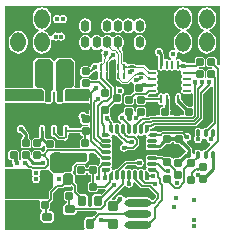
<source format=gbl>
G04*
G04 #@! TF.GenerationSoftware,Altium Limited,Altium Designer,19.1.5 (86)*
G04*
G04 Layer_Physical_Order=4*
G04 Layer_Color=16711680*
%FSLAX25Y25*%
%MOIN*%
G70*
G01*
G75*
%ADD11C,0.00500*%
%ADD12C,0.00400*%
%ADD16C,0.00800*%
G04:AMPARAMS|DCode=20|XSize=23.62mil|YSize=23.62mil|CornerRadius=2.36mil|HoleSize=0mil|Usage=FLASHONLY|Rotation=270.000|XOffset=0mil|YOffset=0mil|HoleType=Round|Shape=RoundedRectangle|*
%AMROUNDEDRECTD20*
21,1,0.02362,0.01890,0,0,270.0*
21,1,0.01890,0.02362,0,0,270.0*
1,1,0.00472,-0.00945,-0.00945*
1,1,0.00472,-0.00945,0.00945*
1,1,0.00472,0.00945,0.00945*
1,1,0.00472,0.00945,-0.00945*
%
%ADD20ROUNDEDRECTD20*%
G04:AMPARAMS|DCode=22|XSize=23.62mil|YSize=23.62mil|CornerRadius=2.36mil|HoleSize=0mil|Usage=FLASHONLY|Rotation=180.000|XOffset=0mil|YOffset=0mil|HoleType=Round|Shape=RoundedRectangle|*
%AMROUNDEDRECTD22*
21,1,0.02362,0.01890,0,0,180.0*
21,1,0.01890,0.02362,0,0,180.0*
1,1,0.00472,-0.00945,0.00945*
1,1,0.00472,0.00945,0.00945*
1,1,0.00472,0.00945,-0.00945*
1,1,0.00472,-0.00945,-0.00945*
%
%ADD22ROUNDEDRECTD22*%
G04:AMPARAMS|DCode=28|XSize=10mil|YSize=16mil|CornerRadius=2.5mil|HoleSize=0mil|Usage=FLASHONLY|Rotation=270.000|XOffset=0mil|YOffset=0mil|HoleType=Round|Shape=RoundedRectangle|*
%AMROUNDEDRECTD28*
21,1,0.01000,0.01100,0,0,270.0*
21,1,0.00500,0.01600,0,0,270.0*
1,1,0.00500,-0.00550,-0.00250*
1,1,0.00500,-0.00550,0.00250*
1,1,0.00500,0.00550,0.00250*
1,1,0.00500,0.00550,-0.00250*
%
%ADD28ROUNDEDRECTD28*%
%ADD53C,0.01772*%
%ADD55C,0.01000*%
%ADD59C,0.01200*%
%ADD60C,0.02000*%
%ADD61O,0.05118X0.06535*%
%ADD64O,0.02992X0.03937*%
%ADD65C,0.01772*%
%ADD66C,0.02362*%
G04:AMPARAMS|DCode=72|XSize=23.62mil|YSize=27.56mil|CornerRadius=2.95mil|HoleSize=0mil|Usage=FLASHONLY|Rotation=270.000|XOffset=0mil|YOffset=0mil|HoleType=Round|Shape=RoundedRectangle|*
%AMROUNDEDRECTD72*
21,1,0.02362,0.02165,0,0,270.0*
21,1,0.01772,0.02756,0,0,270.0*
1,1,0.00591,-0.01083,-0.00886*
1,1,0.00591,-0.01083,0.00886*
1,1,0.00591,0.01083,0.00886*
1,1,0.00591,0.01083,-0.00886*
%
%ADD72ROUNDEDRECTD72*%
G04:AMPARAMS|DCode=73|XSize=27.56mil|YSize=59.06mil|CornerRadius=6.89mil|HoleSize=0mil|Usage=FLASHONLY|Rotation=270.000|XOffset=0mil|YOffset=0mil|HoleType=Round|Shape=RoundedRectangle|*
%AMROUNDEDRECTD73*
21,1,0.02756,0.04528,0,0,270.0*
21,1,0.01378,0.05906,0,0,270.0*
1,1,0.01378,-0.02264,-0.00689*
1,1,0.01378,-0.02264,0.00689*
1,1,0.01378,0.02264,0.00689*
1,1,0.01378,0.02264,-0.00689*
%
%ADD73ROUNDEDRECTD73*%
%ADD74R,0.06693X0.06693*%
%ADD75O,0.02953X0.00984*%
%ADD76O,0.00984X0.02953*%
G04:AMPARAMS|DCode=77|XSize=11.81mil|YSize=25.98mil|CornerRadius=2.95mil|HoleSize=0mil|Usage=FLASHONLY|Rotation=180.000|XOffset=0mil|YOffset=0mil|HoleType=Round|Shape=RoundedRectangle|*
%AMROUNDEDRECTD77*
21,1,0.01181,0.02008,0,0,180.0*
21,1,0.00591,0.02598,0,0,180.0*
1,1,0.00591,-0.00295,0.01004*
1,1,0.00591,0.00295,0.01004*
1,1,0.00591,0.00295,-0.01004*
1,1,0.00591,-0.00295,-0.01004*
%
%ADD77ROUNDEDRECTD77*%
G04:AMPARAMS|DCode=78|XSize=78.74mil|YSize=31.5mil|CornerRadius=7.87mil|HoleSize=0mil|Usage=FLASHONLY|Rotation=90.000|XOffset=0mil|YOffset=0mil|HoleType=Round|Shape=RoundedRectangle|*
%AMROUNDEDRECTD78*
21,1,0.07874,0.01575,0,0,90.0*
21,1,0.06299,0.03150,0,0,90.0*
1,1,0.01575,0.00787,0.03150*
1,1,0.01575,0.00787,-0.03150*
1,1,0.01575,-0.00787,-0.03150*
1,1,0.01575,-0.00787,0.03150*
%
%ADD78ROUNDEDRECTD78*%
%ADD79R,0.09449X0.06496*%
%ADD80O,0.00906X0.03150*%
G04:AMPARAMS|DCode=81|XSize=27.56mil|YSize=35.43mil|CornerRadius=6.89mil|HoleSize=0mil|Usage=FLASHONLY|Rotation=180.000|XOffset=0mil|YOffset=0mil|HoleType=Round|Shape=RoundedRectangle|*
%AMROUNDEDRECTD81*
21,1,0.02756,0.02165,0,0,180.0*
21,1,0.01378,0.03543,0,0,180.0*
1,1,0.01378,-0.00689,0.01083*
1,1,0.01378,0.00689,0.01083*
1,1,0.01378,0.00689,-0.01083*
1,1,0.01378,-0.00689,-0.01083*
%
%ADD81ROUNDEDRECTD81*%
G04:AMPARAMS|DCode=82|XSize=27.56mil|YSize=35.43mil|CornerRadius=6.89mil|HoleSize=0mil|Usage=FLASHONLY|Rotation=90.000|XOffset=0mil|YOffset=0mil|HoleType=Round|Shape=RoundedRectangle|*
%AMROUNDEDRECTD82*
21,1,0.02756,0.02165,0,0,90.0*
21,1,0.01378,0.03543,0,0,90.0*
1,1,0.01378,0.01083,0.00689*
1,1,0.01378,0.01083,-0.00689*
1,1,0.01378,-0.01083,-0.00689*
1,1,0.01378,-0.01083,0.00689*
%
%ADD82ROUNDEDRECTD82*%
G04:AMPARAMS|DCode=83|XSize=90mil|YSize=47.24mil|CornerRadius=0mil|HoleSize=0mil|Usage=FLASHONLY|Rotation=180.000|XOffset=0mil|YOffset=0mil|HoleType=Round|Shape=Octagon|*
%AMOCTAGOND83*
4,1,8,-0.04500,0.01181,-0.04500,-0.01181,-0.03319,-0.02362,0.03319,-0.02362,0.04500,-0.01181,0.04500,0.01181,0.03319,0.02362,-0.03319,0.02362,-0.04500,0.01181,0.0*
%
%ADD83OCTAGOND83*%

G04:AMPARAMS|DCode=84|XSize=25mil|YSize=90mil|CornerRadius=12.5mil|HoleSize=0mil|Usage=FLASHONLY|Rotation=90.000|XOffset=0mil|YOffset=0mil|HoleType=Round|Shape=RoundedRectangle|*
%AMROUNDEDRECTD84*
21,1,0.02500,0.06500,0,0,90.0*
21,1,0.00000,0.09000,0,0,90.0*
1,1,0.02500,0.03250,0.00000*
1,1,0.02500,0.03250,0.00000*
1,1,0.02500,-0.03250,0.00000*
1,1,0.02500,-0.03250,0.00000*
%
%ADD84ROUNDEDRECTD84*%
G04:AMPARAMS|DCode=85|XSize=31.5mil|YSize=31.5mil|CornerRadius=3.15mil|HoleSize=0mil|Usage=FLASHONLY|Rotation=90.000|XOffset=0mil|YOffset=0mil|HoleType=Round|Shape=RoundedRectangle|*
%AMROUNDEDRECTD85*
21,1,0.03150,0.02520,0,0,90.0*
21,1,0.02520,0.03150,0,0,90.0*
1,1,0.00630,0.01260,0.01260*
1,1,0.00630,0.01260,-0.01260*
1,1,0.00630,-0.01260,-0.01260*
1,1,0.00630,-0.01260,0.01260*
%
%ADD85ROUNDEDRECTD85*%
G04:AMPARAMS|DCode=86|XSize=12mil|YSize=22mil|CornerRadius=3mil|HoleSize=0mil|Usage=FLASHONLY|Rotation=270.000|XOffset=0mil|YOffset=0mil|HoleType=Round|Shape=RoundedRectangle|*
%AMROUNDEDRECTD86*
21,1,0.01200,0.01600,0,0,270.0*
21,1,0.00600,0.02200,0,0,270.0*
1,1,0.00600,-0.00800,-0.00300*
1,1,0.00600,-0.00800,0.00300*
1,1,0.00600,0.00800,0.00300*
1,1,0.00600,0.00800,-0.00300*
%
%ADD86ROUNDEDRECTD86*%
G04:AMPARAMS|DCode=87|XSize=12mil|YSize=32mil|CornerRadius=3mil|HoleSize=0mil|Usage=FLASHONLY|Rotation=270.000|XOffset=0mil|YOffset=0mil|HoleType=Round|Shape=RoundedRectangle|*
%AMROUNDEDRECTD87*
21,1,0.01200,0.02600,0,0,270.0*
21,1,0.00600,0.03200,0,0,270.0*
1,1,0.00600,-0.01300,-0.00300*
1,1,0.00600,-0.01300,0.00300*
1,1,0.00600,0.01300,0.00300*
1,1,0.00600,0.01300,-0.00300*
%
%ADD87ROUNDEDRECTD87*%
G04:AMPARAMS|DCode=88|XSize=12mil|YSize=22mil|CornerRadius=3mil|HoleSize=0mil|Usage=FLASHONLY|Rotation=0.000|XOffset=0mil|YOffset=0mil|HoleType=Round|Shape=RoundedRectangle|*
%AMROUNDEDRECTD88*
21,1,0.01200,0.01600,0,0,0.0*
21,1,0.00600,0.02200,0,0,0.0*
1,1,0.00600,0.00300,-0.00800*
1,1,0.00600,-0.00300,-0.00800*
1,1,0.00600,-0.00300,0.00800*
1,1,0.00600,0.00300,0.00800*
%
%ADD88ROUNDEDRECTD88*%
G04:AMPARAMS|DCode=89|XSize=12mil|YSize=32mil|CornerRadius=3mil|HoleSize=0mil|Usage=FLASHONLY|Rotation=0.000|XOffset=0mil|YOffset=0mil|HoleType=Round|Shape=RoundedRectangle|*
%AMROUNDEDRECTD89*
21,1,0.01200,0.02600,0,0,0.0*
21,1,0.00600,0.03200,0,0,0.0*
1,1,0.00600,0.00300,-0.01300*
1,1,0.00600,-0.00300,-0.01300*
1,1,0.00600,-0.00300,0.01300*
1,1,0.00600,0.00300,0.01300*
%
%ADD89ROUNDEDRECTD89*%
G04:AMPARAMS|DCode=90|XSize=7.87mil|YSize=20.67mil|CornerRadius=1.97mil|HoleSize=0mil|Usage=FLASHONLY|Rotation=0.000|XOffset=0mil|YOffset=0mil|HoleType=Round|Shape=RoundedRectangle|*
%AMROUNDEDRECTD90*
21,1,0.00787,0.01673,0,0,0.0*
21,1,0.00394,0.02067,0,0,0.0*
1,1,0.00394,0.00197,-0.00837*
1,1,0.00394,-0.00197,-0.00837*
1,1,0.00394,-0.00197,0.00837*
1,1,0.00394,0.00197,0.00837*
%
%ADD90ROUNDEDRECTD90*%
G04:AMPARAMS|DCode=91|XSize=15.75mil|YSize=20.67mil|CornerRadius=3.94mil|HoleSize=0mil|Usage=FLASHONLY|Rotation=180.000|XOffset=0mil|YOffset=0mil|HoleType=Round|Shape=RoundedRectangle|*
%AMROUNDEDRECTD91*
21,1,0.01575,0.01280,0,0,180.0*
21,1,0.00787,0.02067,0,0,180.0*
1,1,0.00787,-0.00394,0.00640*
1,1,0.00787,0.00394,0.00640*
1,1,0.00787,0.00394,-0.00640*
1,1,0.00787,-0.00394,-0.00640*
%
%ADD91ROUNDEDRECTD91*%
G04:AMPARAMS|DCode=92|XSize=31.58mil|YSize=38.27mil|CornerRadius=7.89mil|HoleSize=0mil|Usage=FLASHONLY|Rotation=0.000|XOffset=0mil|YOffset=0mil|HoleType=Round|Shape=RoundedRectangle|*
%AMROUNDEDRECTD92*
21,1,0.03158,0.02248,0,0,0.0*
21,1,0.01579,0.03827,0,0,0.0*
1,1,0.01579,0.00789,-0.01124*
1,1,0.01579,-0.00789,-0.01124*
1,1,0.01579,-0.00789,0.01124*
1,1,0.01579,0.00789,0.01124*
%
%ADD92ROUNDEDRECTD92*%
%ADD93C,0.00900*%
%ADD94R,0.03150X0.01102*%
%ADD95O,0.07865X0.02943*%
G36*
X49336Y71675D02*
X49317Y71645D01*
X49309Y71612D01*
X49310Y71574D01*
X49321Y71532D01*
X49341Y71486D01*
X49372Y71436D01*
X49412Y71382D01*
X49463Y71323D01*
X49523Y71260D01*
X49188Y71029D01*
X49125Y71090D01*
X49008Y71184D01*
X48955Y71218D01*
X48904Y71244D01*
X48857Y71261D01*
X48813Y71269D01*
X48772Y71268D01*
X48735Y71258D01*
X48701Y71240D01*
X49364Y71700D01*
X49336Y71675D01*
D02*
G37*
G36*
X52003Y71182D02*
X51996Y71173D01*
X51990Y71159D01*
X51985Y71139D01*
X51981Y71114D01*
X51978Y71082D01*
X51972Y70955D01*
X51972Y70901D01*
X51572D01*
X51571Y70955D01*
X51558Y71139D01*
X51553Y71159D01*
X51547Y71173D01*
X51541Y71182D01*
X51533Y71184D01*
X52010D01*
X52003Y71182D01*
D02*
G37*
G36*
X85719Y85365D02*
Y65667D01*
X85256Y65448D01*
X84908Y65674D01*
X84906Y65681D01*
X84732Y65867D01*
X84683Y65928D01*
X84664Y65955D01*
Y65968D01*
X84685Y66019D01*
X84667Y66062D01*
X84678Y66108D01*
X84664Y66130D01*
Y67445D01*
X84607Y67732D01*
X84444Y67976D01*
X84201Y68138D01*
X83913Y68195D01*
X82024D01*
X81736Y68138D01*
X81493Y67976D01*
X81330Y67732D01*
X81273Y67445D01*
Y65555D01*
X81330Y65268D01*
X81493Y65024D01*
X81736Y64862D01*
X82024Y64805D01*
X83185D01*
X83272Y64755D01*
X83321Y64696D01*
X83147Y64283D01*
X83043Y64196D01*
X82024D01*
X81736Y64138D01*
X81493Y63976D01*
X81330Y63732D01*
X81273Y63445D01*
Y61555D01*
X81313Y61353D01*
X81297Y61328D01*
X80703D01*
X80687Y61353D01*
X80727Y61555D01*
Y63445D01*
X80670Y63732D01*
X80507Y63976D01*
X80264Y64138D01*
X79976Y64196D01*
X78966D01*
X78711Y64696D01*
X78790Y64805D01*
X79976D01*
X80264Y64862D01*
X80507Y65024D01*
X80670Y65268D01*
X80727Y65555D01*
Y67445D01*
X80670Y67732D01*
X80507Y67976D01*
X80264Y68138D01*
X79976Y68195D01*
X78087D01*
X77799Y68138D01*
X77556Y67976D01*
X77393Y67732D01*
X77336Y67445D01*
Y66122D01*
X74957D01*
X74933Y66139D01*
X74916Y66143D01*
X74910Y66147D01*
X74898Y66148D01*
X74881Y66154D01*
X74842Y66171D01*
X74799Y66192D01*
X74438Y66425D01*
X74333Y66502D01*
X74221Y66529D01*
X74021Y66663D01*
X73480Y66770D01*
X73449Y66764D01*
X72887Y67080D01*
X72668Y67408D01*
X72340Y67628D01*
X71953Y67704D01*
X71566Y67628D01*
X71237Y67408D01*
X71202D01*
X71101Y67534D01*
X71199Y68201D01*
X71505Y68659D01*
X71613Y69200D01*
X71548Y69525D01*
X72001Y69808D01*
X72745Y69500D01*
X73543Y69395D01*
X74342Y69500D01*
X75086Y69808D01*
X75725Y70299D01*
X76215Y70938D01*
X76524Y71682D01*
X76629Y72480D01*
Y73898D01*
X76524Y74696D01*
X76215Y75440D01*
X75725Y76079D01*
X75086Y76570D01*
X74342Y76878D01*
Y77374D01*
X75086Y77682D01*
X75725Y78173D01*
X76215Y78812D01*
X76524Y79556D01*
X76629Y80354D01*
Y81772D01*
X76524Y82570D01*
X76215Y83314D01*
X75725Y83953D01*
X75086Y84444D01*
X74342Y84752D01*
X73543Y84857D01*
X72745Y84752D01*
X72001Y84444D01*
X71362Y83953D01*
X70871Y83314D01*
X70563Y82570D01*
X70458Y81772D01*
Y80354D01*
X70563Y79556D01*
X70871Y78812D01*
X71362Y78173D01*
X72001Y77682D01*
X72745Y77374D01*
Y76878D01*
X72001Y76570D01*
X71362Y76079D01*
X70871Y75440D01*
X70563Y74696D01*
X70458Y73898D01*
Y72480D01*
X70563Y71682D01*
X70850Y70988D01*
X70764Y70810D01*
X70542Y70545D01*
X70200Y70613D01*
X69659Y70505D01*
X69201Y70199D01*
X68895Y69741D01*
X68787Y69200D01*
X68895Y68659D01*
X69201Y68201D01*
X69410Y68061D01*
X69378Y67481D01*
X69269Y67408D01*
X68731D01*
X68403Y67628D01*
X68016Y67704D01*
X67629Y67628D01*
X67567Y67586D01*
X67067Y67853D01*
Y69290D01*
X66989Y69681D01*
X66882Y69842D01*
X66913Y70000D01*
X66805Y70541D01*
X66499Y70999D01*
X66041Y71305D01*
X65500Y71413D01*
X64959Y71305D01*
X64501Y70999D01*
X64195Y70541D01*
X64087Y70000D01*
X64195Y69459D01*
X64501Y69001D01*
X64959Y68695D01*
X65028Y68681D01*
Y65709D01*
X65036Y65668D01*
Y64724D01*
X65113Y64337D01*
X65332Y64009D01*
X65660Y63790D01*
X66047Y63713D01*
X66434Y63790D01*
X66763Y64009D01*
X67300D01*
X67629Y63790D01*
X68016Y63713D01*
X68403Y63790D01*
X68731Y64009D01*
X69269D01*
X69597Y63790D01*
X69984Y63713D01*
X70371Y63790D01*
X70700Y64009D01*
X71237D01*
X71566Y63790D01*
X71953Y63713D01*
X72340Y63790D01*
X72393Y63825D01*
X72494Y63798D01*
X72790Y63340D01*
X72713Y62953D01*
X72790Y62566D01*
X73009Y62238D01*
Y61699D01*
X72790Y61371D01*
X72713Y60984D01*
X72790Y60597D01*
X73009Y60269D01*
Y59731D01*
X72790Y59403D01*
X72713Y59016D01*
X72790Y58629D01*
X73009Y58301D01*
Y57762D01*
X72790Y57434D01*
X72713Y57047D01*
X72790Y56660D01*
X73009Y56332D01*
X73337Y56113D01*
X73724Y56036D01*
X75693D01*
X76080Y56113D01*
X76235Y56216D01*
X76735Y55990D01*
Y52141D01*
X76413Y51696D01*
X75805D01*
X75781Y51710D01*
X75737Y51699D01*
X75695Y51717D01*
X75644Y51696D01*
X75360D01*
X75311Y51724D01*
X75187Y51811D01*
X74851Y52097D01*
X74657Y52284D01*
X74607Y52304D01*
X73559Y53351D01*
X73540Y53401D01*
X73374Y53573D01*
X73241Y53725D01*
X73133Y53862D01*
X73050Y53984D01*
X72991Y54086D01*
X72972Y54129D01*
Y54291D01*
X72964Y54332D01*
Y55276D01*
X72887Y55663D01*
X72668Y55991D01*
X72340Y56210D01*
X71953Y56287D01*
X71566Y56210D01*
X71237Y55991D01*
X71018Y55663D01*
X70941Y55276D01*
Y54332D01*
X70933Y54291D01*
Y53516D01*
X70941Y53475D01*
Y53307D01*
X71018Y52920D01*
X71237Y52592D01*
X71488Y52424D01*
X71556Y52356D01*
X71566Y52356D01*
X71581Y52348D01*
X71589Y52342D01*
X72143Y51852D01*
X72268Y51728D01*
X72320Y51707D01*
X73160Y50867D01*
X73177Y50819D01*
X73534Y50435D01*
X73654Y50287D01*
X73744Y50158D01*
X73773Y50108D01*
Y49825D01*
X73752Y49773D01*
X73769Y49731D01*
X73759Y49687D01*
X73773Y49664D01*
Y49055D01*
X73591Y48834D01*
X69346D01*
X69164Y49055D01*
Y49748D01*
X69305Y49959D01*
X69413Y50500D01*
X69305Y51041D01*
X69180Y51228D01*
X69158Y51333D01*
X69131Y51372D01*
X69118Y51397D01*
X69104Y51424D01*
X69092Y51456D01*
X69080Y51493D01*
X69079Y51497D01*
X69050Y51976D01*
X69049Y52151D01*
X69028Y52202D01*
Y54252D01*
X69035Y54291D01*
X69027Y54332D01*
Y55276D01*
X68950Y55663D01*
X68731Y55991D01*
X68403Y56210D01*
X68016Y56287D01*
X67629Y56210D01*
X67300Y55991D01*
X66763D01*
X66434Y56210D01*
X66047Y56287D01*
X65660Y56210D01*
X65332Y55991D01*
X65113Y55663D01*
X65036Y55276D01*
Y54898D01*
X64985Y54875D01*
X61857D01*
X61706Y55375D01*
X61738Y55396D01*
X62150Y55808D01*
X62208Y55830D01*
X62385Y55994D01*
X62437Y56036D01*
X62509D01*
X62527Y56028D01*
X62544Y56036D01*
X62610D01*
X62611Y56036D01*
X62612Y56036D01*
X64276D01*
X64663Y56113D01*
X64991Y56332D01*
X65210Y56660D01*
X65287Y57047D01*
X65210Y57434D01*
X64991Y57762D01*
Y58301D01*
X65210Y58629D01*
X65287Y59016D01*
X65210Y59403D01*
X64991Y59731D01*
Y60269D01*
X65210Y60597D01*
X65287Y60984D01*
X65210Y61371D01*
X64991Y61699D01*
Y62238D01*
X65210Y62566D01*
X65287Y62953D01*
X65210Y63340D01*
X64991Y63668D01*
X64663Y63887D01*
X64276Y63964D01*
X62455D01*
X62450Y63967D01*
X62439Y63964D01*
X62384D01*
X62366Y63971D01*
X62354Y63966D01*
X62292Y64018D01*
X62228Y64080D01*
X62164Y64105D01*
X60764Y65505D01*
X60533Y65659D01*
X60260Y65714D01*
X57782D01*
X57719Y65741D01*
X57643Y65743D01*
X57631Y65744D01*
X57617Y65778D01*
X57592Y65788D01*
X57591Y65791D01*
X57580Y65798D01*
X57565Y65824D01*
X57525Y65834D01*
X57343Y65956D01*
X57050Y66015D01*
X55950D01*
X55657Y65956D01*
X55475Y65834D01*
X55435Y65824D01*
X55420Y65798D01*
X55409Y65791D01*
X55408Y65788D01*
X55383Y65778D01*
X54907Y65927D01*
X54823Y65969D01*
X54790Y66134D01*
X54636Y66365D01*
X54406Y66519D01*
X54134Y66573D01*
X53837D01*
X53788Y66615D01*
X53715Y66685D01*
X53655Y66709D01*
Y69731D01*
X53601Y70004D01*
X53446Y70236D01*
X53053Y70629D01*
X53102Y71126D01*
X53211Y71199D01*
X53652Y71859D01*
X53807Y72638D01*
Y73583D01*
X53652Y74361D01*
X53211Y75022D01*
X52551Y75463D01*
X51772Y75618D01*
X50993Y75463D01*
X50333Y75022D01*
X50250Y74898D01*
X49750D01*
X49667Y75022D01*
X49007Y75463D01*
X48228Y75618D01*
X47449Y75463D01*
X46789Y75022D01*
X46707Y74898D01*
X46207D01*
X46124Y75022D01*
X45464Y75463D01*
X44685Y75618D01*
X43906Y75463D01*
X43246Y75022D01*
X43065Y74751D01*
X42565D01*
X42384Y75022D01*
X41724Y75463D01*
X40945Y75618D01*
X40166Y75463D01*
X39506Y75022D01*
X39065Y74361D01*
X38910Y73583D01*
Y72638D01*
X39065Y71859D01*
X39506Y71199D01*
X40166Y70758D01*
X40945Y70603D01*
X41724Y70758D01*
X42384Y71199D01*
X42565Y71470D01*
X43065D01*
X43246Y71199D01*
X43906Y70758D01*
X44685Y70603D01*
X45464Y70758D01*
X46124Y71199D01*
X46596Y71033D01*
X46729Y70590D01*
X46423Y70132D01*
X46315Y69591D01*
X46423Y69051D01*
X46479Y68967D01*
X46489Y68884D01*
X46627Y68637D01*
X46727Y68442D01*
X46776Y68332D01*
X46554Y68110D01*
X46399Y67879D01*
X46345Y67605D01*
Y66956D01*
X46153Y66764D01*
X46092Y66742D01*
X45948Y66608D01*
X45926Y66590D01*
X45894Y66603D01*
X45853Y66587D01*
X45810Y66597D01*
X45724Y66545D01*
X45594Y66519D01*
X45364Y66365D01*
X45210Y66134D01*
X44715Y66211D01*
X44200Y66313D01*
X43659Y66205D01*
X43201Y65899D01*
X42895Y65441D01*
X42860Y65265D01*
X42850Y65250D01*
X42744Y65164D01*
X42362Y65076D01*
X42268Y65083D01*
X42232Y65107D01*
X41945Y65164D01*
X40055D01*
X39768Y65107D01*
X39524Y64944D01*
X39362Y64701D01*
X39305Y64413D01*
Y62524D01*
X39362Y62236D01*
X39524Y61993D01*
X39768Y61830D01*
X40055Y61773D01*
X41945D01*
X42232Y61830D01*
X42476Y61993D01*
X42638Y62236D01*
X42696Y62524D01*
Y62683D01*
X42801Y62730D01*
X42961Y62762D01*
X43209Y62928D01*
X43626Y63345D01*
X43649Y63348D01*
X43673Y63362D01*
X43677Y63364D01*
X43680Y63365D01*
X43681Y63366D01*
X43688Y63369D01*
X43727Y63382D01*
X43771Y63394D01*
X44202Y63466D01*
X44335Y63479D01*
X44437Y63534D01*
X44741Y63595D01*
X45107Y63332D01*
X45141Y63298D01*
X45203Y63097D01*
X45207Y63068D01*
X45184Y62954D01*
X45184Y62953D01*
X45184Y62952D01*
X45156Y62811D01*
Y61138D01*
X44722Y60765D01*
X42760D01*
X42701Y60791D01*
X42619Y60793D01*
X42476Y61007D01*
X42232Y61170D01*
X41945Y61227D01*
X40055D01*
X39768Y61170D01*
X39524Y61007D01*
X39362Y60764D01*
X39305Y60476D01*
Y58587D01*
X39314Y58541D01*
X39004Y58079D01*
X38942Y58041D01*
X37460D01*
X37268Y58503D01*
X37383Y58617D01*
X37541Y59000D01*
X37541Y59000D01*
Y66500D01*
X37383Y66883D01*
X37383Y66883D01*
X36383Y67883D01*
X36000Y68041D01*
X36000Y68041D01*
X32000Y68041D01*
X32000Y68041D01*
X31617Y67883D01*
X30827Y67092D01*
X30500Y66938D01*
X30173Y67092D01*
X29383Y67883D01*
X29383Y67883D01*
X29000Y68041D01*
X29000Y68041D01*
X25000Y68041D01*
X25000Y68041D01*
X24617Y67883D01*
X24617Y67883D01*
X23617Y66883D01*
X23459Y66500D01*
X23459Y66500D01*
X23459Y59000D01*
X23617Y58617D01*
X23587Y58155D01*
X23540Y58041D01*
X14281D01*
Y85365D01*
X85719Y85365D01*
D02*
G37*
G36*
X48367Y68978D02*
X48252Y68856D01*
X47856Y68384D01*
X47813Y68318D01*
X47783Y68261D01*
X47765Y68213D01*
X47758Y68174D01*
X47358Y68255D01*
X47354Y68301D01*
X47343Y68356D01*
X47323Y68422D01*
X47295Y68497D01*
X47215Y68675D01*
X47104Y68893D01*
X46961Y69148D01*
X48367Y68978D01*
D02*
G37*
G36*
X50090Y67919D02*
X49926Y67901D01*
X49326Y67800D01*
X49250Y67777D01*
X49188Y67753D01*
X49141Y67729D01*
X49108Y67704D01*
X48844Y68005D01*
X48871Y68039D01*
X48899Y68087D01*
X48926Y68148D01*
X48954Y68223D01*
X49011Y68414D01*
X49069Y68659D01*
X49129Y68959D01*
X50090Y67919D01*
D02*
G37*
G36*
X46743Y66062D02*
X46664Y65980D01*
X46539Y65833D01*
X46494Y65768D01*
X46460Y65709D01*
X46437Y65655D01*
X46426Y65607D01*
Y65565D01*
X46437Y65528D01*
X46460Y65497D01*
X45894Y66062D01*
X45925Y66040D01*
X45962Y66028D01*
X46005D01*
X46053Y66040D01*
X46106Y66062D01*
X46166Y66096D01*
X46231Y66141D01*
X46301Y66198D01*
X46460Y66345D01*
X46743Y66062D01*
D02*
G37*
G36*
X52170Y66384D02*
X52181Y66252D01*
X52191Y66196D01*
X52203Y66147D01*
X52218Y66104D01*
X52236Y66069D01*
X52257Y66040D01*
X52280Y66019D01*
X52307Y66004D01*
X51630D01*
X51656Y66019D01*
X51680Y66040D01*
X51701Y66069D01*
X51719Y66104D01*
X51734Y66147D01*
X51746Y66196D01*
X51756Y66252D01*
X51763Y66315D01*
X51768Y66461D01*
X52169D01*
X52170Y66384D01*
D02*
G37*
G36*
X48233D02*
X48244Y66252D01*
X48254Y66196D01*
X48266Y66147D01*
X48281Y66104D01*
X48299Y66069D01*
X48320Y66040D01*
X48344Y66019D01*
X48370Y66004D01*
X47693D01*
X47719Y66019D01*
X47743Y66040D01*
X47764Y66069D01*
X47782Y66104D01*
X47797Y66147D01*
X47809Y66196D01*
X47819Y66252D01*
X47826Y66315D01*
X47831Y66461D01*
X48232D01*
X48233Y66384D01*
D02*
G37*
G36*
X53424Y66214D02*
X53571Y66088D01*
X53634Y66044D01*
X53689Y66013D01*
X53737Y65995D01*
X53778Y65990D01*
X53811Y65997D01*
X53837Y66017D01*
X53856Y66050D01*
X53552Y65247D01*
X53562Y65288D01*
X53564Y65332D01*
X53557Y65380D01*
X53541Y65431D01*
X53515Y65486D01*
X53482Y65545D01*
X53439Y65606D01*
X53387Y65671D01*
X53327Y65740D01*
X53257Y65812D01*
X53339Y66296D01*
X53424Y66214D01*
D02*
G37*
G36*
X84117Y65982D02*
X84104Y65937D01*
X84105Y65884D01*
X84121Y65824D01*
X84150Y65757D01*
X84194Y65683D01*
X84251Y65601D01*
X84323Y65512D01*
X84510Y65312D01*
X84156Y64959D01*
X84052Y65059D01*
X83867Y65217D01*
X83785Y65275D01*
X83711Y65318D01*
X83644Y65348D01*
X83584Y65363D01*
X83532Y65364D01*
X83487Y65351D01*
X83449Y65324D01*
X84144Y66019D01*
X84117Y65982D01*
D02*
G37*
G36*
X72435Y65810D02*
X72451Y65768D01*
X72476Y65730D01*
X72512Y65698D01*
X72558Y65670D01*
X72560Y65669D01*
X72596Y65691D01*
X72635Y65722D01*
X72672Y65756D01*
X72706Y65796D01*
X72737Y65840D01*
Y65621D01*
X72758Y65618D01*
X72845Y65610D01*
X72942Y65608D01*
Y65108D01*
X72845Y65105D01*
X72758Y65098D01*
X72737Y65094D01*
Y64875D01*
X72706Y64919D01*
X72672Y64959D01*
X72635Y64994D01*
X72596Y65024D01*
X72560Y65046D01*
X72558Y65045D01*
X72512Y65018D01*
X72476Y64985D01*
X72451Y64948D01*
X72435Y64905D01*
X72430Y64858D01*
Y65094D01*
X72412Y65098D01*
X72360Y65105D01*
X72305Y65108D01*
Y65608D01*
X72360Y65610D01*
X72412Y65617D01*
X72430Y65621D01*
Y65858D01*
X72435Y65810D01*
D02*
G37*
G36*
X74131Y65979D02*
X74530Y65722D01*
X74611Y65681D01*
X74685Y65649D01*
X74751Y65626D01*
X74810Y65612D01*
X74862Y65608D01*
Y65108D01*
X74810Y65103D01*
X74751Y65089D01*
X74685Y65066D01*
X74611Y65034D01*
X74530Y64993D01*
X74345Y64883D01*
X74131Y64736D01*
X74012Y64649D01*
Y66066D01*
X74131Y65979D01*
D02*
G37*
G36*
X57239Y65358D02*
X57253Y65325D01*
X57277Y65296D01*
X57310Y65270D01*
X57353Y65249D01*
X57405Y65231D01*
X57466Y65218D01*
X57537Y65208D01*
X57618Y65202D01*
X57708Y65200D01*
Y64800D01*
X57618Y64798D01*
X57466Y64782D01*
X57405Y64769D01*
X57353Y64751D01*
X57310Y64730D01*
X57277Y64704D01*
X57253Y64675D01*
X57239Y64642D01*
X57234Y64605D01*
Y65395D01*
X57239Y65358D01*
D02*
G37*
G36*
X55766Y64605D02*
X55761Y64642D01*
X55747Y64675D01*
X55723Y64704D01*
X55690Y64730D01*
X55647Y64751D01*
X55595Y64769D01*
X55534Y64782D01*
X55463Y64792D01*
X55382Y64798D01*
X55292Y64800D01*
Y65200D01*
X55382Y65202D01*
X55534Y65218D01*
X55595Y65231D01*
X55647Y65249D01*
X55690Y65270D01*
X55723Y65296D01*
X55747Y65325D01*
X55761Y65358D01*
X55766Y65395D01*
Y64605D01*
D02*
G37*
G36*
X54326Y65362D02*
X54338Y65328D01*
X54359Y65298D01*
X54388Y65272D01*
X54425Y65250D01*
X54470Y65232D01*
X54524Y65218D01*
X54586Y65208D01*
X54656Y65202D01*
X54734Y65200D01*
Y64800D01*
X54656Y64798D01*
X54586Y64792D01*
X54524Y64782D01*
X54470Y64768D01*
X54425Y64750D01*
X54388Y64728D01*
X54359Y64702D01*
X54338Y64672D01*
X54326Y64638D01*
X54322Y64600D01*
Y65400D01*
X54326Y65362D01*
D02*
G37*
G36*
X44281Y64018D02*
X44131Y64003D01*
X43655Y63924D01*
X43566Y63899D01*
X43491Y63873D01*
X43427Y63845D01*
X43376Y63816D01*
X43338Y63784D01*
X43014Y64167D01*
X43049Y64208D01*
X43083Y64260D01*
X43116Y64322D01*
X43149Y64396D01*
X43181Y64481D01*
X43243Y64683D01*
X43302Y64929D01*
X43330Y65068D01*
X44281Y64018D01*
D02*
G37*
G36*
X54249Y64033D02*
X54225Y64011D01*
X54205Y63982D01*
X54187Y63947D01*
X54172Y63905D01*
X54159Y63855D01*
X54150Y63799D01*
X54142Y63736D01*
X54137Y63590D01*
X53737D01*
X53736Y63667D01*
X53725Y63799D01*
X53715Y63855D01*
X53702Y63905D01*
X53687Y63947D01*
X53669Y63982D01*
X53649Y64011D01*
X53625Y64033D01*
X53599Y64047D01*
X54275D01*
X54249Y64033D01*
D02*
G37*
G36*
X52280D02*
X52257Y64011D01*
X52236Y63982D01*
X52218Y63947D01*
X52203Y63905D01*
X52191Y63855D01*
X52181Y63799D01*
X52174Y63736D01*
X52169Y63590D01*
X51768D01*
X51767Y63667D01*
X51756Y63799D01*
X51746Y63855D01*
X51734Y63905D01*
X51719Y63947D01*
X51701Y63982D01*
X51680Y64011D01*
X51656Y64033D01*
X51630Y64047D01*
X52307D01*
X52280Y64033D01*
D02*
G37*
G36*
X48344D02*
X48320Y64011D01*
X48299Y63982D01*
X48281Y63947D01*
X48266Y63905D01*
X48254Y63855D01*
X48244Y63799D01*
X48237Y63736D01*
X48232Y63590D01*
X47831D01*
X47830Y63667D01*
X47819Y63799D01*
X47809Y63855D01*
X47797Y63905D01*
X47782Y63947D01*
X47764Y63982D01*
X47743Y64011D01*
X47719Y64033D01*
X47693Y64047D01*
X48370D01*
X48344Y64033D01*
D02*
G37*
G36*
X46375D02*
X46352Y64011D01*
X46331Y63982D01*
X46313Y63947D01*
X46298Y63905D01*
X46285Y63855D01*
X46275Y63799D01*
X46268Y63736D01*
X46263Y63590D01*
X45863D01*
X45862Y63667D01*
X45851Y63799D01*
X45841Y63855D01*
X45828Y63905D01*
X45813Y63947D01*
X45795Y63982D01*
X45774Y64011D01*
X45751Y64033D01*
X45725Y64047D01*
X46401D01*
X46375Y64033D01*
D02*
G37*
G36*
X42180Y63906D02*
X42195Y63866D01*
X42220Y63832D01*
X42254Y63802D01*
X42299Y63776D01*
X42353Y63755D01*
X42417Y63739D01*
X42491Y63728D01*
X42575Y63721D01*
X42669Y63718D01*
Y63218D01*
X42575Y63216D01*
X42491Y63209D01*
X42417Y63198D01*
X42353Y63182D01*
X42299Y63161D01*
X42254Y63135D01*
X42220Y63105D01*
X42195Y63071D01*
X42180Y63031D01*
X42176Y62988D01*
Y63949D01*
X42180Y63906D01*
D02*
G37*
G36*
X54138Y63333D02*
X54150Y63201D01*
X54159Y63145D01*
X54172Y63095D01*
X54187Y63053D01*
X54205Y63018D01*
X54225Y62989D01*
X54249Y62967D01*
X54275Y62953D01*
X53599D01*
X53625Y62967D01*
X53649Y62989D01*
X53669Y63018D01*
X53687Y63053D01*
X53702Y63095D01*
X53715Y63145D01*
X53725Y63201D01*
X53732Y63263D01*
X53737Y63410D01*
X54137D01*
X54138Y63333D01*
D02*
G37*
G36*
X52170D02*
X52181Y63201D01*
X52191Y63145D01*
X52203Y63095D01*
X52218Y63053D01*
X52236Y63018D01*
X52257Y62989D01*
X52280Y62967D01*
X52307Y62953D01*
X51630D01*
X51656Y62967D01*
X51680Y62989D01*
X51701Y63018D01*
X51719Y63053D01*
X51734Y63095D01*
X51746Y63145D01*
X51756Y63201D01*
X51763Y63263D01*
X51768Y63410D01*
X52169D01*
X52170Y63333D01*
D02*
G37*
G36*
X48233D02*
X48244Y63201D01*
X48254Y63145D01*
X48266Y63095D01*
X48281Y63053D01*
X48299Y63018D01*
X48320Y62989D01*
X48344Y62967D01*
X48370Y62953D01*
X47693D01*
X47719Y62967D01*
X47743Y62989D01*
X47764Y63018D01*
X47782Y63053D01*
X47797Y63095D01*
X47809Y63145D01*
X47819Y63201D01*
X47826Y63263D01*
X47831Y63410D01*
X48232D01*
X48233Y63333D01*
D02*
G37*
G36*
X46264D02*
X46275Y63201D01*
X46285Y63145D01*
X46298Y63095D01*
X46313Y63053D01*
X46331Y63018D01*
X46352Y62989D01*
X46375Y62967D01*
X46401Y62953D01*
X45725D01*
X45751Y62967D01*
X45774Y62989D01*
X45795Y63018D01*
X45813Y63053D01*
X45828Y63095D01*
X45841Y63145D01*
X45851Y63201D01*
X45858Y63263D01*
X45863Y63410D01*
X46263D01*
X46264Y63333D01*
D02*
G37*
G36*
X61929Y63616D02*
X62068Y63499D01*
X62129Y63457D01*
X62185Y63425D01*
X62235Y63405D01*
X62280Y63395D01*
X62320Y63396D01*
X62354Y63408D01*
X62383Y63430D01*
X61848Y62860D01*
X61869Y62890D01*
X61879Y62926D01*
X61878Y62968D01*
X61866Y63014D01*
X61844Y63066D01*
X61810Y63124D01*
X61766Y63187D01*
X61711Y63255D01*
X61569Y63408D01*
X61852Y63691D01*
X61929Y63616D01*
D02*
G37*
G36*
X75942Y63367D02*
X76006Y63332D01*
X76073Y63302D01*
X76141Y63276D01*
X76212Y63253D01*
X76286Y63235D01*
X76362Y63221D01*
X76440Y63211D01*
X76520Y63205D01*
X76603Y63203D01*
Y62703D01*
X76520Y62701D01*
X76362Y62685D01*
X76286Y62670D01*
X76212Y62652D01*
X76141Y62630D01*
X76073Y62604D01*
X76006Y62573D01*
X75942Y62539D01*
X75880Y62501D01*
Y63405D01*
X75942Y63367D01*
D02*
G37*
G36*
X77856Y62453D02*
X77851Y62500D01*
X77836Y62543D01*
X77810Y62580D01*
X77774Y62613D01*
X77728Y62640D01*
X77672Y62663D01*
X77605Y62680D01*
X77528Y62693D01*
X77441Y62700D01*
X77344Y62703D01*
Y63203D01*
X77442Y63205D01*
X77529Y63213D01*
X77606Y63225D01*
X77673Y63242D01*
X77729Y63264D01*
X77776Y63291D01*
X77812Y63323D01*
X77838Y63360D01*
X77853Y63402D01*
X77858Y63448D01*
X77856Y62453D01*
D02*
G37*
G36*
X60286Y62964D02*
X60295Y62951D01*
X60310Y62939D01*
X60332Y62928D01*
X60360Y62920D01*
X60394Y62913D01*
X60434Y62907D01*
X60533Y62901D01*
X60591Y62900D01*
Y62500D01*
X60533Y62499D01*
X60394Y62487D01*
X60360Y62480D01*
X60332Y62471D01*
X60310Y62461D01*
X60295Y62449D01*
X60286Y62436D01*
X60283Y62421D01*
Y62979D01*
X60286Y62964D01*
D02*
G37*
G36*
X58766Y62305D02*
X58761Y62342D01*
X58747Y62375D01*
X58723Y62404D01*
X58690Y62430D01*
X58647Y62451D01*
X58595Y62469D01*
X58534Y62482D01*
X58463Y62492D01*
X58382Y62498D01*
X58292Y62500D01*
Y62900D01*
X58382Y62902D01*
X58534Y62918D01*
X58595Y62931D01*
X58647Y62949D01*
X58690Y62970D01*
X58723Y62996D01*
X58747Y63025D01*
X58761Y63058D01*
X58766Y63095D01*
Y62305D01*
D02*
G37*
G36*
X61929Y61648D02*
X62068Y61531D01*
X62129Y61488D01*
X62185Y61457D01*
X62235Y61436D01*
X62280Y61427D01*
X62320Y61427D01*
X62354Y61439D01*
X62383Y61462D01*
X61848Y60891D01*
X61869Y60922D01*
X61879Y60958D01*
X61878Y60999D01*
X61866Y61046D01*
X61844Y61098D01*
X61810Y61155D01*
X61766Y61218D01*
X61711Y61287D01*
X61569Y61440D01*
X61852Y61722D01*
X61929Y61648D01*
D02*
G37*
G36*
X52332Y61473D02*
X52322Y61437D01*
X52323Y61396D01*
X52336Y61348D01*
X52359Y61294D01*
X52395Y61235D01*
X52441Y61169D01*
X52499Y61098D01*
X52648Y60938D01*
X52365Y60655D01*
X52282Y60735D01*
X52134Y60862D01*
X52068Y60909D01*
X52009Y60944D01*
X51955Y60968D01*
X51907Y60980D01*
X51866Y60981D01*
X51830Y60971D01*
X51800Y60950D01*
X52353Y61503D01*
X52332Y61473D01*
D02*
G37*
G36*
X46424Y61604D02*
X46413Y61557D01*
X46416Y61502D01*
X46432Y61442D01*
X46462Y61374D01*
X46505Y61300D01*
X46562Y61220D01*
X46633Y61132D01*
X46813Y60938D01*
X46460Y60584D01*
X46390Y60651D01*
X46258Y60764D01*
X46195Y60810D01*
X46135Y60849D01*
X46076Y60881D01*
X46020Y60906D01*
X45967Y60924D01*
X45915Y60934D01*
X45866Y60938D01*
X46448Y61645D01*
X46424Y61604D01*
D02*
G37*
G36*
X58142Y61358D02*
X58447Y61270D01*
X58549Y61249D01*
X58751Y61217D01*
X58852Y61208D01*
X59055Y61200D01*
X59132Y60700D01*
X59089Y60693D01*
X59040Y60673D01*
X58986Y60640D01*
X58925Y60593D01*
X58858Y60533D01*
X58785Y60460D01*
X58621Y60274D01*
X58432Y60034D01*
X58040Y61395D01*
X58142Y61358D01*
D02*
G37*
G36*
X42172Y60449D02*
X42188Y60407D01*
X42215Y60370D01*
X42251Y60338D01*
X42298Y60311D01*
X42355Y60289D01*
X42423Y60272D01*
X42501Y60260D01*
X42589Y60252D01*
X42688Y60250D01*
Y59750D01*
X42590Y59747D01*
X42502Y59740D01*
X42426Y59728D01*
X42359Y59710D01*
X42303Y59688D01*
X42256Y59660D01*
X42221Y59627D01*
X42195Y59590D01*
X42180Y59548D01*
X42176Y59500D01*
X42167Y60495D01*
X42172Y60449D01*
D02*
G37*
G36*
X82512Y59068D02*
X82499Y59056D01*
X82487Y59040D01*
X82477Y59021D01*
X82469Y58997D01*
X82462Y58969D01*
X82457Y58937D01*
X82453Y58902D01*
X82450Y58819D01*
X81950D01*
X81949Y58862D01*
X81943Y58937D01*
X81938Y58969D01*
X81931Y58997D01*
X81923Y59021D01*
X81913Y59040D01*
X81901Y59056D01*
X81888Y59068D01*
X81874Y59076D01*
X82526D01*
X82512Y59068D01*
D02*
G37*
G36*
X80137Y59078D02*
X80118Y59063D01*
X80102Y59044D01*
X80089Y59020D01*
X80077Y58993D01*
X80067Y58963D01*
X80060Y58928D01*
X80054Y58889D01*
X80051Y58846D01*
X80050Y58800D01*
X79550D01*
X79549Y58846D01*
X79540Y58928D01*
X79533Y58963D01*
X79523Y58993D01*
X79511Y59020D01*
X79498Y59044D01*
X79482Y59063D01*
X79463Y59078D01*
X79443Y59089D01*
X80157D01*
X80137Y59078D01*
D02*
G37*
G36*
X78121Y59350D02*
X77865Y58951D01*
X77823Y58869D01*
X77791Y58795D01*
X77768Y58729D01*
X77755Y58670D01*
X77750Y58619D01*
X77250D01*
X77245Y58670D01*
X77232Y58729D01*
X77209Y58795D01*
X77177Y58869D01*
X77135Y58951D01*
X77025Y59135D01*
X76879Y59350D01*
X76792Y59468D01*
X78208D01*
X78121Y59350D01*
D02*
G37*
G36*
X37000Y66500D02*
Y59000D01*
X36041Y58041D01*
X34500Y58041D01*
X34500Y58041D01*
X34117Y57883D01*
X34117Y57883D01*
X33617Y57383D01*
X33459Y57000D01*
X33459Y57000D01*
X33459Y53748D01*
X33098Y53292D01*
X33022Y53248D01*
X31621D01*
X31354Y53748D01*
X31398Y53813D01*
X31471Y54185D01*
Y56429D01*
X31398Y56801D01*
X31187Y57116D01*
X31000Y57241D01*
Y66500D01*
X32000Y67500D01*
X36000Y67500D01*
X37000Y66500D01*
D02*
G37*
G36*
X61156Y58516D02*
X60946Y58511D01*
X60760Y58496D01*
X60599Y58471D01*
X60461Y58436D01*
X60348Y58391D01*
X60259Y58336D01*
X60194Y58271D01*
X60153Y58196D01*
X60136Y58111D01*
X60144Y58016D01*
X59913Y59188D01*
X59783Y59250D01*
X59708Y59306D01*
X59690Y59355D01*
X59727Y59398D01*
X59821Y59434D01*
X59970Y59463D01*
X60175Y59486D01*
X60754Y59513D01*
X61127Y59516D01*
X61156Y58516D01*
D02*
G37*
G36*
X47653Y57873D02*
X47660Y57786D01*
X47673Y57709D01*
X47690Y57642D01*
X47712Y57586D01*
X47740Y57540D01*
X47772Y57504D01*
X47810Y57478D01*
X47853Y57463D01*
X47900Y57458D01*
X46900D01*
X46948Y57463D01*
X46990Y57478D01*
X47028Y57504D01*
X47060Y57540D01*
X47087Y57586D01*
X47110Y57642D01*
X47128Y57709D01*
X47140Y57786D01*
X47148Y57873D01*
X47150Y57970D01*
X47650D01*
X47653Y57873D01*
D02*
G37*
G36*
X44675Y57147D02*
X44530Y57125D01*
X44066Y57024D01*
X43979Y56996D01*
X43904Y56967D01*
X43841Y56936D01*
X43790Y56904D01*
X43750Y56871D01*
X43396Y57224D01*
X43430Y57264D01*
X43462Y57315D01*
X43492Y57378D01*
X43522Y57453D01*
X43550Y57540D01*
X43603Y57748D01*
X43651Y58004D01*
X43673Y58149D01*
X44675Y57147D01*
D02*
G37*
G36*
X62525Y56570D02*
X62487Y56597D01*
X62442Y56610D01*
X62391Y56610D01*
X62333Y56596D01*
X62268Y56569D01*
X62196Y56528D01*
X62117Y56473D01*
X62032Y56405D01*
X61840Y56227D01*
X61487Y56580D01*
X61544Y56640D01*
X61645Y56764D01*
X61688Y56828D01*
X61727Y56893D01*
X61762Y56959D01*
X61792Y57026D01*
X61817Y57094D01*
X61838Y57164D01*
X61855Y57235D01*
X62525Y56570D01*
D02*
G37*
G36*
X51255Y67370D02*
Y66540D01*
X51228Y66481D01*
X51223Y66355D01*
X51220Y66328D01*
X51218Y66314D01*
X51194Y66258D01*
X51109Y66148D01*
X51112Y66119D01*
X51090Y66005D01*
X51089Y66004D01*
X51089Y66003D01*
X51061Y65862D01*
Y64189D01*
X51089Y64048D01*
X51089Y64047D01*
X51090Y64046D01*
X51112Y63933D01*
X51108Y63903D01*
X51194Y63793D01*
X51218Y63737D01*
X51219Y63731D01*
X51226Y63639D01*
X51227Y63580D01*
X51255Y63517D01*
Y63489D01*
X51228Y63430D01*
X51223Y63303D01*
X51220Y63276D01*
X51218Y63263D01*
X51194Y63207D01*
X51109Y63097D01*
X51112Y63068D01*
X51090Y62954D01*
X51089Y62953D01*
X51089Y62952D01*
X51061Y62811D01*
Y61138D01*
X51115Y60866D01*
X51269Y60635D01*
X51500Y60481D01*
X51655Y60451D01*
X51710Y60416D01*
X51756Y60426D01*
X51800Y60409D01*
X51821Y60417D01*
X51918Y60335D01*
X51989Y60266D01*
X52053Y60241D01*
X52798Y59495D01*
X53030Y59341D01*
X53303Y59286D01*
X54915D01*
X55188Y59341D01*
X55419Y59495D01*
X55948Y60024D01*
X56515Y59883D01*
X56725Y59568D01*
X57184Y59262D01*
X57273Y58945D01*
Y57055D01*
X57330Y56768D01*
X56928Y56478D01*
X56928Y56478D01*
X56378Y55928D01*
X56319Y55906D01*
X56133Y55732D01*
X56072Y55683D01*
X56045Y55664D01*
X56032D01*
X55980Y55685D01*
X55937Y55668D01*
X55892Y55678D01*
X55870Y55664D01*
X54555D01*
X54268Y55607D01*
X54024Y55444D01*
X53862Y55201D01*
X53804Y54913D01*
Y53024D01*
X53862Y52736D01*
X54024Y52493D01*
X54268Y52330D01*
X54555Y52273D01*
X56445D01*
X56732Y52330D01*
X56976Y52493D01*
X57138Y52736D01*
X57196Y53024D01*
Y54185D01*
X57245Y54272D01*
X57305Y54321D01*
X57717Y54147D01*
X57805Y54043D01*
Y53024D01*
X57862Y52736D01*
X58024Y52493D01*
X58268Y52330D01*
X58555Y52273D01*
X60445D01*
X60732Y52330D01*
X60976Y52493D01*
X61138Y52736D01*
X61195Y53024D01*
Y53319D01*
X61202Y53319D01*
X61261Y53346D01*
X64985D01*
X65036Y53323D01*
Y53307D01*
X65113Y52920D01*
X65332Y52592D01*
X65660Y52372D01*
X66047Y52296D01*
X66434Y52372D01*
X66465Y52393D01*
X66882Y52166D01*
X66796Y51696D01*
X66524D01*
X66236Y51638D01*
X65993Y51476D01*
X65830Y51232D01*
X65773Y50945D01*
Y49055D01*
X65591Y48834D01*
X62800D01*
X62800Y48834D01*
X62507Y48775D01*
X62259Y48610D01*
X62259Y48610D01*
X61914Y48265D01*
X61371D01*
X61115Y48765D01*
X61138Y48799D01*
X61195Y49087D01*
Y50976D01*
X61138Y51264D01*
X60976Y51507D01*
X60732Y51670D01*
X60445Y51727D01*
X58555D01*
X58268Y51670D01*
X58024Y51507D01*
X57862Y51264D01*
X57805Y50976D01*
Y50017D01*
X57696Y49963D01*
X57196Y50273D01*
Y50976D01*
X57138Y51264D01*
X56976Y51507D01*
X56732Y51670D01*
X56445Y51727D01*
X54555D01*
X54268Y51670D01*
X54024Y51507D01*
X53862Y51264D01*
X53804Y50976D01*
Y49852D01*
X53304Y49472D01*
X53100Y49513D01*
X52559Y49405D01*
X52101Y49099D01*
X51795Y48641D01*
X51687Y48100D01*
X51795Y47559D01*
X52101Y47101D01*
X52559Y46795D01*
X52701Y46766D01*
X52780Y46241D01*
X52494Y46086D01*
X52175Y46204D01*
X51863Y46266D01*
X51263D01*
X50951Y46204D01*
X50939Y46196D01*
X50843Y46163D01*
X50693Y46194D01*
X50506Y46262D01*
X50359Y46369D01*
Y46406D01*
X50301Y46698D01*
X50135Y46946D01*
X49585Y47497D01*
X49580Y47526D01*
X49571Y47540D01*
X49569Y47547D01*
X49561Y47556D01*
X49553Y47572D01*
X49538Y47613D01*
X49523Y47657D01*
X49432Y48078D01*
X49412Y48206D01*
X49352Y48305D01*
X49305Y48541D01*
X48999Y48999D01*
X49202Y49465D01*
X49232Y49509D01*
X49294Y49819D01*
Y51111D01*
X49310Y51135D01*
X49433Y51279D01*
X49514Y51364D01*
X49539Y51426D01*
X50622Y52509D01*
X50681Y52531D01*
X50867Y52705D01*
X50928Y52754D01*
X50955Y52773D01*
X50968D01*
X51020Y52752D01*
X51063Y52770D01*
X51108Y52759D01*
X51130Y52773D01*
X52445D01*
X52732Y52830D01*
X52976Y52993D01*
X53138Y53236D01*
X53196Y53524D01*
Y55413D01*
X53138Y55701D01*
X53190Y55961D01*
X53399Y56101D01*
X53705Y56559D01*
X53813Y57100D01*
X53705Y57641D01*
X53399Y58099D01*
X52941Y58405D01*
X52400Y58513D01*
X51859Y58405D01*
X51328Y58652D01*
X51305Y58687D01*
X51305Y58687D01*
X48925Y61067D01*
X48939Y61138D01*
Y62811D01*
X48911Y62952D01*
X48911Y62953D01*
X48910Y62954D01*
X48888Y63068D01*
X48891Y63097D01*
X48806Y63207D01*
X48782Y63263D01*
X48781Y63269D01*
X48774Y63361D01*
X48773Y63420D01*
X48745Y63482D01*
Y63511D01*
X48772Y63570D01*
X48777Y63697D01*
X48780Y63724D01*
X48782Y63737D01*
X48806Y63793D01*
X48891Y63903D01*
X48888Y63932D01*
X48910Y64046D01*
X48911Y64047D01*
X48911Y64048D01*
X48939Y64189D01*
Y65862D01*
X48911Y66003D01*
X48911Y66004D01*
X48910Y66005D01*
X48888Y66119D01*
X48891Y66148D01*
X48806Y66258D01*
X48782Y66314D01*
X48781Y66321D01*
X48774Y66412D01*
X48773Y66471D01*
X48745Y66534D01*
Y66615D01*
X49377Y67247D01*
X49388Y67248D01*
X49408Y67258D01*
X49423Y67264D01*
X49449Y67271D01*
X50001Y67365D01*
X50149Y67381D01*
X50252Y67437D01*
X50541Y67495D01*
X50755Y67638D01*
X51255Y67370D01*
D02*
G37*
G36*
X51017Y56056D02*
X51024Y55966D01*
X51037Y55888D01*
X51054Y55820D01*
X51077Y55764D01*
X51104Y55718D01*
X51137Y55683D01*
X51174Y55659D01*
X51217Y55646D01*
X51264Y55644D01*
X50384Y55585D01*
X50408Y55600D01*
X50431Y55625D01*
X50450Y55658D01*
X50467Y55700D01*
X50481Y55751D01*
X50493Y55810D01*
X50502Y55879D01*
X50513Y56044D01*
X50514Y56139D01*
X51014Y56156D01*
X51017Y56056D01*
D02*
G37*
G36*
X57041Y55156D02*
X56941Y55053D01*
X56783Y54867D01*
X56725Y54786D01*
X56682Y54711D01*
X56652Y54644D01*
X56637Y54584D01*
X56635Y54532D01*
X56648Y54487D01*
X56676Y54449D01*
X55980Y55144D01*
X56018Y55117D01*
X56063Y55104D01*
X56116Y55105D01*
X56176Y55121D01*
X56243Y55150D01*
X56317Y55194D01*
X56399Y55251D01*
X56488Y55323D01*
X56688Y55510D01*
X57041Y55156D01*
D02*
G37*
G36*
X65570Y53610D02*
X65565Y53658D01*
X65549Y53700D01*
X65524Y53738D01*
X65488Y53770D01*
X65442Y53798D01*
X65385Y53820D01*
X65319Y53838D01*
X65242Y53850D01*
X65155Y53858D01*
X65058Y53860D01*
Y54360D01*
X65155Y54363D01*
X65242Y54370D01*
X65319Y54383D01*
X65385Y54400D01*
X65442Y54423D01*
X65488Y54450D01*
X65524Y54483D01*
X65549Y54520D01*
X65565Y54563D01*
X65570Y54610D01*
Y53610D01*
D02*
G37*
G36*
X60681Y54563D02*
X60696Y54520D01*
X60722Y54483D01*
X60757Y54450D01*
X60804Y54423D01*
X60860Y54400D01*
X60926Y54383D01*
X61003Y54370D01*
X61090Y54363D01*
X61188Y54360D01*
Y53860D01*
X61090Y53858D01*
X61003Y53850D01*
X60926Y53838D01*
X60860Y53820D01*
X60804Y53798D01*
X60757Y53770D01*
X60722Y53738D01*
X60696Y53700D01*
X60681Y53658D01*
X60676Y53610D01*
Y54610D01*
X60681Y54563D01*
D02*
G37*
G36*
X27000Y57000D02*
X27000Y53500D01*
X14281D01*
Y57500D01*
X26500D01*
X27000Y57000D01*
D02*
G37*
G36*
X42482Y57038D02*
X42390Y56946D01*
X42225Y56698D01*
X42166Y56405D01*
Y53500D01*
X34000D01*
X34000Y57000D01*
X34500Y57500D01*
X36000Y57500D01*
X42291D01*
X42482Y57038D01*
D02*
G37*
G36*
X51020Y53293D02*
X50982Y53320D01*
X50937Y53333D01*
X50884Y53332D01*
X50824Y53316D01*
X50757Y53287D01*
X50683Y53243D01*
X50601Y53185D01*
X50512Y53114D01*
X50312Y52927D01*
X49959Y53281D01*
X50059Y53385D01*
X50217Y53570D01*
X50275Y53651D01*
X50318Y53726D01*
X50348Y53793D01*
X50363Y53853D01*
X50365Y53905D01*
X50352Y53950D01*
X50324Y53988D01*
X51020Y53293D01*
D02*
G37*
G36*
X30000Y66500D02*
X30000Y57241D01*
X29813Y57116D01*
X29603Y56801D01*
X29529Y56429D01*
Y54185D01*
X29603Y53813D01*
X29646Y53748D01*
X29379Y53248D01*
X27978D01*
X27902Y53292D01*
X27541Y53748D01*
X27541Y57000D01*
X27541Y57000D01*
X27383Y57383D01*
X27383Y57383D01*
X26883Y57883D01*
X26500Y58041D01*
X26500Y58041D01*
X24959D01*
X24000Y59000D01*
X24000Y66500D01*
X25000Y67500D01*
X29000Y67500D01*
X30000Y66500D01*
D02*
G37*
G36*
X45125Y53323D02*
X44980Y53301D01*
X44516Y53200D01*
X44429Y53172D01*
X44354Y53142D01*
X44291Y53112D01*
X44240Y53080D01*
X44200Y53047D01*
X43846Y53400D01*
X43880Y53440D01*
X43912Y53491D01*
X43942Y53554D01*
X43972Y53629D01*
X44000Y53716D01*
X44053Y53924D01*
X44101Y54180D01*
X44123Y54325D01*
X45125Y53323D01*
D02*
G37*
G36*
X30901Y56524D02*
X30930Y56376D01*
Y54238D01*
X30873Y53950D01*
X30836Y53905D01*
X30849Y53773D01*
X30823Y53642D01*
X30869Y53574D01*
X30877Y53493D01*
X31144Y52993D01*
X31207Y52941D01*
X31238Y52865D01*
X31361Y52815D01*
X31464Y52730D01*
X31545Y52738D01*
X31621Y52707D01*
X33022D01*
X33146Y52758D01*
X33160Y52754D01*
X33178Y52764D01*
X33292Y52779D01*
X33368Y52823D01*
X33399Y52863D01*
X33405Y52865D01*
X33409Y52877D01*
X33431Y52905D01*
X33522Y52956D01*
X33642Y53107D01*
X34000Y52959D01*
X42166D01*
Y49346D01*
X41945Y49164D01*
X41223D01*
X40999Y49499D01*
X40541Y49805D01*
X40000Y49913D01*
X39459Y49805D01*
X39001Y49499D01*
X38695Y49041D01*
X38587Y48500D01*
X38695Y47959D01*
X39001Y47501D01*
X39305Y47298D01*
Y46524D01*
X39362Y46236D01*
X39524Y45993D01*
X39768Y45830D01*
X40055Y45773D01*
X41596D01*
X41739Y45500D01*
X41632Y45296D01*
X41543Y45227D01*
X40055D01*
X39768Y45170D01*
X39524Y45007D01*
X39362Y44764D01*
X39306Y44484D01*
X39298Y44484D01*
X39239Y44458D01*
X35460D01*
X35408Y44480D01*
Y44815D01*
X35335Y45187D01*
X35124Y45502D01*
X34809Y45713D01*
X34437Y45786D01*
X34065Y45713D01*
X33750Y45502D01*
X33540Y45187D01*
X33466Y44815D01*
Y42571D01*
X33494Y42430D01*
X33481Y42399D01*
X33482Y42396D01*
X33374Y42130D01*
X33247Y41971D01*
X33194Y41930D01*
X33127Y41896D01*
X32524D01*
X31717Y42703D01*
X31693Y42764D01*
X31613Y42848D01*
X31553Y42916D01*
X31507Y42973D01*
X31476Y43019D01*
X31471Y43026D01*
Y44815D01*
X31398Y45187D01*
X31187Y45502D01*
X30872Y45713D01*
X30500Y45786D01*
X30128Y45713D01*
X29813Y45502D01*
X29603Y45187D01*
X29529Y44815D01*
Y42571D01*
X29603Y42199D01*
X29813Y41884D01*
X30128Y41673D01*
X30283Y41643D01*
X30284Y41641D01*
X30291Y41641D01*
X30500Y41600D01*
X30578Y41615D01*
X30594Y41612D01*
X30660Y41557D01*
X30744Y41476D01*
X30806Y41451D01*
X31667Y40590D01*
X31915Y40425D01*
X32207Y40366D01*
X33931D01*
X34224Y40425D01*
X34472Y40590D01*
X34978Y41096D01*
X35144Y41344D01*
X35202Y41637D01*
Y41637D01*
X35228Y41698D01*
X35229Y41767D01*
X35240Y41893D01*
X35246Y41935D01*
X35255Y41976D01*
X35264Y42012D01*
X35274Y42041D01*
X35284Y42065D01*
X35294Y42084D01*
X35314Y42117D01*
X35325Y42184D01*
X35335Y42199D01*
X35357Y42310D01*
X35393Y42399D01*
X35380Y42430D01*
X35408Y42571D01*
Y42906D01*
X35460Y42928D01*
X39239D01*
X39298Y42902D01*
X39305Y42902D01*
Y42587D01*
X39362Y42299D01*
X39524Y42056D01*
X39768Y41893D01*
X40055Y41836D01*
X40177D01*
X40178Y41830D01*
X40204Y41771D01*
Y41261D01*
X40178Y41201D01*
X40177Y41195D01*
X40024D01*
X39736Y41138D01*
X39493Y40976D01*
X39330Y40732D01*
X39273Y40445D01*
Y38555D01*
X39301Y38412D01*
X39072Y38015D01*
X38966Y37912D01*
X31169D01*
X30727Y38255D01*
Y40145D01*
X30670Y40432D01*
X30507Y40676D01*
X30264Y40838D01*
X29976Y40896D01*
X28494D01*
X28457Y40901D01*
X28449Y40896D01*
X28265D01*
X28239Y40914D01*
X27919Y41188D01*
X27729Y41372D01*
X27677Y41393D01*
X27532Y41538D01*
Y42557D01*
X27534Y42571D01*
Y44815D01*
X27461Y45187D01*
X27250Y45502D01*
X26935Y45713D01*
X26563Y45786D01*
X26191Y45713D01*
X25876Y45502D01*
X25666Y45187D01*
X25592Y44815D01*
Y42571D01*
X25594Y42557D01*
Y42249D01*
X25572Y42200D01*
X25567Y42043D01*
X25552Y41912D01*
X25528Y41787D01*
X25495Y41668D01*
X25473Y41606D01*
X25200Y41217D01*
X25149Y41195D01*
X25072D01*
X25057Y41197D01*
X25054Y41195D01*
X24024D01*
X23736Y41138D01*
X23493Y40976D01*
X23330Y40732D01*
X23273Y40445D01*
Y38555D01*
X23330Y38268D01*
X23493Y38024D01*
X23736Y37862D01*
X24024Y37804D01*
X25913D01*
X26201Y37862D01*
X26444Y38024D01*
X26607Y38268D01*
X26664Y38555D01*
X26878Y38760D01*
X27164Y38834D01*
X27336Y38645D01*
Y38255D01*
X27393Y37968D01*
X27556Y37724D01*
X27557Y37139D01*
X27122Y36704D01*
X26917Y36715D01*
X26579Y36800D01*
X26526Y36852D01*
X26444Y36976D01*
X26201Y37138D01*
X25913Y37196D01*
X24024D01*
X23736Y37138D01*
X23493Y36976D01*
X23330Y36732D01*
X23273Y36445D01*
Y35963D01*
X23201Y35880D01*
X22773Y35761D01*
X22741Y35813D01*
X22727Y35836D01*
Y36445D01*
X22670Y36732D01*
X22507Y36976D01*
X22264Y37138D01*
X21976Y37196D01*
X20087D01*
X19799Y37138D01*
X19556Y36976D01*
X19393Y36732D01*
X19336Y36445D01*
Y34555D01*
X19393Y34268D01*
X19472Y34150D01*
X19458Y34113D01*
X19259Y34020D01*
X18888Y34019D01*
X18867Y34038D01*
X18828Y34078D01*
X18797Y34114D01*
X18773Y34148D01*
X18755Y34177D01*
X18742Y34204D01*
X18733Y34228D01*
X18728Y34251D01*
X18724Y34274D01*
X18722Y34325D01*
X18701Y34370D01*
Y34850D01*
X18696Y34876D01*
Y36476D01*
X18638Y36764D01*
X18476Y37007D01*
X18232Y37170D01*
X17945Y37227D01*
X16055D01*
X15768Y37170D01*
X15524Y37007D01*
X15362Y36764D01*
X15304Y36476D01*
Y34587D01*
X15362Y34299D01*
X15524Y34056D01*
X15768Y33893D01*
X16055Y33836D01*
X16370D01*
X16642Y33433D01*
X16646Y33424D01*
X16648Y33252D01*
X16654Y33237D01*
X16587Y32900D01*
X16695Y32359D01*
X16907Y32041D01*
X16726Y31587D01*
X16686Y31541D01*
X14281D01*
Y52959D01*
X27000D01*
X27129Y53012D01*
X27595Y52865D01*
X27601Y52863D01*
X27632Y52823D01*
X27708Y52779D01*
X27821Y52764D01*
X27840Y52754D01*
X27854Y52758D01*
X27978Y52707D01*
X29379D01*
X29454Y52738D01*
X29536Y52730D01*
X29639Y52815D01*
X29762Y52865D01*
X29793Y52941D01*
X29856Y52993D01*
X30123Y53493D01*
X30131Y53574D01*
X30177Y53642D01*
X30151Y53773D01*
X30164Y53905D01*
X30127Y53950D01*
X30070Y54238D01*
Y56376D01*
X30099Y56524D01*
X30500Y56722D01*
X30901Y56524D01*
D02*
G37*
G36*
X72400Y54338D02*
X72393Y54227D01*
X72409Y54107D01*
X72447Y53979D01*
X72507Y53842D01*
X72591Y53696D01*
X72696Y53542D01*
X72825Y53379D01*
X72976Y53207D01*
X73149Y53026D01*
X72649Y52113D01*
X72513Y52247D01*
X71919Y52773D01*
X71857Y52814D01*
X71806Y52841D01*
X71765Y52855D01*
X72430Y54440D01*
X72400Y54338D01*
D02*
G37*
G36*
X49125Y51740D02*
X49031Y51643D01*
X48881Y51465D01*
X48826Y51386D01*
X48783Y51312D01*
X48752Y51244D01*
X48735Y51183D01*
X48730Y51127D01*
X48739Y51077D01*
X48759Y51033D01*
X48204Y51867D01*
X48235Y51834D01*
X48275Y51816D01*
X48324Y51813D01*
X48381Y51825D01*
X48446Y51853D01*
X48519Y51896D01*
X48601Y51954D01*
X48692Y52028D01*
X48899Y52220D01*
X49125Y51740D01*
D02*
G37*
G36*
X68508Y52148D02*
X68509Y51958D01*
X68542Y51416D01*
X68559Y51347D01*
X68581Y51276D01*
X68607Y51209D01*
X68638Y51145D01*
X68673Y51085D01*
X68711Y51028D01*
X67295Y51036D01*
X67335Y51094D01*
X67371Y51155D01*
X67375Y51162D01*
X67008Y51176D01*
X67103Y51182D01*
X67188Y51210D01*
X67263Y51259D01*
X67328Y51328D01*
X67383Y51419D01*
X67428Y51531D01*
X67463Y51664D01*
X67488Y51817D01*
X67503Y51992D01*
X67508Y52188D01*
X68508Y52148D01*
D02*
G37*
G36*
X74487Y51696D02*
X74856Y51382D01*
X75019Y51268D01*
X75168Y51182D01*
X75302Y51124D01*
X75422Y51094D01*
X75527Y51093D01*
X75618Y51120D01*
X75695Y51176D01*
X75369Y50849D01*
X75405Y50826D01*
X75474Y50788D01*
X75544Y50756D01*
X75615Y50729D01*
X75688Y50708D01*
X75763Y50692D01*
X75839Y50681D01*
X74879Y49640D01*
X74865Y49700D01*
X74846Y49760D01*
X74821Y49821D01*
X74791Y49883D01*
X74755Y49946D01*
X74714Y50009D01*
X74667Y50073D01*
X74633Y50113D01*
X74293Y49773D01*
X74348Y49850D01*
X74375Y49941D01*
X74374Y50047D01*
X74345Y50166D01*
X74287Y50301D01*
X74201Y50449D01*
X74086Y50612D01*
X73944Y50790D01*
X73574Y51188D01*
X74281Y51895D01*
X74487Y51696D01*
D02*
G37*
G36*
X46864Y49542D02*
X46817Y49546D01*
X46774Y49538D01*
X46737Y49518D01*
X46704Y49485D01*
X46677Y49440D01*
X46654Y49382D01*
X46637Y49313D01*
X46624Y49231D01*
X46617Y49136D01*
X46614Y49030D01*
X46114Y49114D01*
X46113Y49210D01*
X46091Y49567D01*
X46083Y49615D01*
X46073Y49654D01*
X46063Y49685D01*
X46051Y49708D01*
X46864Y49542D01*
D02*
G37*
G36*
X40899Y48464D02*
X40993Y47996D01*
X41020Y47909D01*
X41048Y47834D01*
X41078Y47771D01*
X41109Y47719D01*
X41142Y47680D01*
X40779Y47336D01*
X40739Y47369D01*
X40688Y47402D01*
X40625Y47434D01*
X40550Y47464D01*
X40464Y47494D01*
X40258Y47549D01*
X40005Y47601D01*
X39862Y47625D01*
X40879Y48611D01*
X40899Y48464D01*
D02*
G37*
G36*
X48899Y47980D02*
X49000Y47516D01*
X49028Y47429D01*
X49058Y47354D01*
X49088Y47291D01*
X49120Y47240D01*
X49154Y47200D01*
X48800Y46847D01*
X48760Y46880D01*
X48709Y46912D01*
X48646Y46942D01*
X48571Y46972D01*
X48484Y47000D01*
X48276Y47053D01*
X48020Y47101D01*
X47875Y47123D01*
X48877Y48125D01*
X48899Y47980D01*
D02*
G37*
G36*
X60375Y45851D02*
X60271Y45744D01*
X60109Y45555D01*
X60051Y45472D01*
X60008Y45399D01*
X59980Y45333D01*
X59967Y45276D01*
X59969Y45226D01*
X59986Y45186D01*
X60019Y45153D01*
X59207Y45732D01*
X59250Y45710D01*
X59299Y45701D01*
X59355Y45705D01*
X59416Y45722D01*
X59484Y45752D01*
X59557Y45795D01*
X59637Y45851D01*
X59724Y45920D01*
X59914Y46097D01*
X60375Y45851D01*
D02*
G37*
G36*
X58406Y45851D02*
X58303Y45744D01*
X58141Y45555D01*
X58083Y45472D01*
X58039Y45399D01*
X58011Y45333D01*
X57999Y45276D01*
X58001Y45226D01*
X58018Y45186D01*
X58050Y45153D01*
X57239Y45732D01*
X57282Y45710D01*
X57331Y45701D01*
X57386Y45705D01*
X57447Y45722D01*
X57515Y45752D01*
X57589Y45795D01*
X57669Y45851D01*
X57755Y45920D01*
X57946Y46097D01*
X58406Y45851D01*
D02*
G37*
G36*
X49847Y46131D02*
X49866Y45942D01*
X49883Y45865D01*
X49905Y45801D01*
X49932Y45747D01*
X49964Y45706D01*
X50000Y45676D01*
X50042Y45659D01*
X50088Y45653D01*
X49101D01*
X49147Y45659D01*
X49189Y45676D01*
X49225Y45706D01*
X49257Y45747D01*
X49284Y45801D01*
X49306Y45865D01*
X49323Y45942D01*
X49335Y46031D01*
X49342Y46131D01*
X49345Y46244D01*
X49845D01*
X49847Y46131D01*
D02*
G37*
G36*
X55278Y46177D02*
X55617Y45882D01*
X55687Y45831D01*
X55752Y45790D01*
X55811Y45758D01*
X55865Y45735D01*
X55912Y45721D01*
X54924Y45478D01*
X54972Y45496D01*
X55003Y45523D01*
X55020Y45558D01*
X55020Y45602D01*
X55005Y45655D01*
X54975Y45717D01*
X54929Y45787D01*
X54867Y45866D01*
X54790Y45953D01*
X54697Y46050D01*
X55180Y46274D01*
X55278Y46177D01*
D02*
G37*
G36*
X61944Y45618D02*
X61981Y45583D01*
X62024Y45552D01*
X62073Y45525D01*
X62129Y45502D01*
X62191Y45483D01*
X62259Y45469D01*
X62333Y45458D01*
X62413Y45452D01*
X62499Y45450D01*
Y44950D01*
X62398Y44947D01*
X62309Y44940D01*
X62230Y44927D01*
X62162Y44910D01*
X62106Y44888D01*
X62060Y44860D01*
X62025Y44827D01*
X62001Y44790D01*
X61989Y44747D01*
X61987Y44700D01*
X61913Y45658D01*
X61944Y45618D01*
D02*
G37*
G36*
X83335Y58314D02*
Y46747D01*
X81451Y44863D01*
X81392Y44841D01*
X81198Y44660D01*
X81169Y44637D01*
X81145D01*
X81138Y44640D01*
X81126Y44637D01*
X80705D01*
X80394Y44575D01*
X80131Y44399D01*
X79986Y44182D01*
X79720Y44158D01*
X79455Y44182D01*
X79310Y44399D01*
X79046Y44575D01*
X78736Y44637D01*
X78146D01*
X77835Y44575D01*
X77572Y44399D01*
X77397Y44136D01*
X77335Y43826D01*
Y41818D01*
X77345Y41766D01*
X77195Y41541D01*
X77087Y41000D01*
X77195Y40459D01*
X77501Y40001D01*
X77959Y39695D01*
X78500Y39587D01*
X79041Y39695D01*
X79499Y40001D01*
X79805Y40459D01*
X79876Y40814D01*
X80312Y41057D01*
X80394Y41069D01*
X80705Y41007D01*
X80831D01*
X81313Y40872D01*
X81421Y40331D01*
X81727Y39873D01*
X82186Y39566D01*
X82440Y39516D01*
X82605Y38973D01*
X81274Y37642D01*
X81215Y37620D01*
X81029Y37447D01*
X80968Y37398D01*
X80961Y37393D01*
X80894D01*
X80877Y37400D01*
X80860Y37393D01*
X80705D01*
X80394Y37331D01*
X80131Y37155D01*
X79986Y36938D01*
X79720Y36914D01*
X79455Y36938D01*
X79310Y37155D01*
X79046Y37331D01*
X78736Y37393D01*
X78146D01*
X77835Y37331D01*
X77572Y37155D01*
X77397Y36892D01*
X77335Y36582D01*
Y35942D01*
X76835Y35893D01*
X76805Y36041D01*
X76676Y36234D01*
X76653Y36340D01*
X76626Y36380D01*
X76611Y36405D01*
X76597Y36433D01*
X76585Y36465D01*
X76573Y36502D01*
X76562Y36544D01*
X76555Y36583D01*
X76543Y36707D01*
X76541Y36775D01*
X76520Y36824D01*
Y37468D01*
X76442Y37859D01*
X76221Y38190D01*
X74809Y39601D01*
X74981Y40136D01*
X75275Y40195D01*
X75733Y40501D01*
X76040Y40959D01*
X76147Y41500D01*
X76040Y42041D01*
X75733Y42499D01*
X75275Y42805D01*
X75051Y42850D01*
X74954Y42910D01*
X74819Y42932D01*
X74591Y42977D01*
X74417Y43023D01*
X74363Y43041D01*
X74323Y43057D01*
X74305Y43066D01*
X74295Y43074D01*
X74287Y43077D01*
X74275Y43085D01*
X74248Y43089D01*
X74244Y43090D01*
X73894Y43440D01*
X73646Y43606D01*
X73353Y43664D01*
X66647D01*
X66354Y43606D01*
X66106Y43440D01*
X65836Y43170D01*
X65315D01*
X65255Y43197D01*
X65157Y43199D01*
X65087Y43204D01*
X65078Y43205D01*
X65049Y43249D01*
X65035Y43281D01*
X65016Y43290D01*
X64999Y43301D01*
X64984Y43327D01*
X64943Y43338D01*
X64762Y43459D01*
X64450Y43521D01*
X62948D01*
X62900Y43541D01*
X62541D01*
Y43900D01*
X62521Y43948D01*
Y44413D01*
X62572Y44435D01*
X62900D01*
X63193Y44493D01*
X63441Y44659D01*
X64086Y45304D01*
X77650D01*
X77943Y45362D01*
X78191Y45528D01*
X80041Y47378D01*
X80207Y47626D01*
X80265Y47919D01*
Y55802D01*
X82741Y58278D01*
X82835Y58419D01*
X83335Y58314D01*
D02*
G37*
G36*
X81938Y43915D02*
X81846Y43820D01*
X81700Y43647D01*
X81645Y43568D01*
X81603Y43494D01*
X81572Y43426D01*
X81554Y43364D01*
X81548Y43306D01*
X81554Y43254D01*
X81572Y43208D01*
X81077Y44103D01*
X81106Y44067D01*
X81143Y44046D01*
X81190Y44041D01*
X81245Y44052D01*
X81309Y44078D01*
X81382Y44120D01*
X81463Y44178D01*
X81554Y44252D01*
X81761Y44445D01*
X81938Y43915D01*
D02*
G37*
G36*
X39824Y43193D02*
X39819Y43240D01*
X39804Y43283D01*
X39778Y43320D01*
X39742Y43353D01*
X39696Y43380D01*
X39640Y43403D01*
X39574Y43420D01*
X39497Y43433D01*
X39410Y43440D01*
X39312Y43443D01*
Y43943D01*
X39410Y43945D01*
X39497Y43953D01*
X39574Y43965D01*
X39640Y43983D01*
X39696Y44005D01*
X39742Y44033D01*
X39778Y44065D01*
X39804Y44103D01*
X39819Y44145D01*
X39824Y44193D01*
Y43193D01*
D02*
G37*
G36*
X34879Y44145D02*
X34895Y44103D01*
X34920Y44065D01*
X34956Y44033D01*
X35002Y44005D01*
X35059Y43983D01*
X35125Y43965D01*
X35202Y43953D01*
X35289Y43945D01*
X35386Y43943D01*
Y43443D01*
X35289Y43440D01*
X35202Y43433D01*
X35125Y43420D01*
X35059Y43403D01*
X35002Y43380D01*
X34956Y43353D01*
X34920Y43320D01*
X34895Y43283D01*
X34879Y43240D01*
X34874Y43193D01*
Y44193D01*
X34879Y44145D01*
D02*
G37*
G36*
X47552Y43402D02*
X47560Y43315D01*
X47572Y43238D01*
X47590Y43172D01*
X47613Y43115D01*
X47640Y43069D01*
X47673Y43033D01*
X47710Y43008D01*
X47752Y42992D01*
X47800Y42987D01*
X46800D01*
X46848Y42992D01*
X46890Y43008D01*
X46927Y43033D01*
X46960Y43069D01*
X46988Y43115D01*
X47010Y43172D01*
X47028Y43238D01*
X47040Y43315D01*
X47047Y43402D01*
X47050Y43499D01*
X47550D01*
X47552Y43402D01*
D02*
G37*
G36*
X62000Y43500D02*
X61300Y42800D01*
X60800D01*
Y43900D01*
X62000D01*
Y43500D01*
D02*
G37*
G36*
X50200Y42800D02*
X49700D01*
X49000Y43500D01*
Y43900D01*
X50200D01*
Y42800D01*
D02*
G37*
G36*
X60800Y42259D02*
X61039D01*
X61259Y41800D01*
X61402Y41400D01*
X61273Y41314D01*
X61097Y41049D01*
X61096Y41049D01*
X61090Y41018D01*
X61034Y40737D01*
Y40137D01*
X61096Y39825D01*
X61234Y39453D01*
X61096Y39081D01*
X61034Y38769D01*
Y38168D01*
X61096Y37856D01*
X61273Y37592D01*
X61538Y37415D01*
X61850Y37353D01*
X64450D01*
X64531Y37369D01*
X64562Y37356D01*
X64646Y37391D01*
X64668Y37383D01*
X65359Y37427D01*
X65502Y37427D01*
X65603Y37469D01*
X65890Y37527D01*
X66221Y37747D01*
X67133Y38660D01*
X67181Y38677D01*
X67565Y39034D01*
X67713Y39154D01*
X67842Y39244D01*
X67892Y39273D01*
X68175D01*
X68227Y39252D01*
X68269Y39269D01*
X68313Y39259D01*
X68336Y39273D01*
X68945D01*
X69232Y39330D01*
X69476Y39493D01*
X69638Y39736D01*
X69663Y39862D01*
X69693Y39873D01*
X69771Y39893D01*
X69881Y39911D01*
X70000Y39921D01*
X70119Y39911D01*
X70229Y39893D01*
X70307Y39873D01*
X70337Y39862D01*
X70362Y39736D01*
X70524Y39493D01*
X70768Y39330D01*
X71055Y39273D01*
X71645D01*
X71689Y39246D01*
X71732Y39257D01*
X71773Y39240D01*
X71854Y39273D01*
X72102D01*
X72163Y39238D01*
X72285Y39153D01*
X72619Y38870D01*
X72812Y38684D01*
X72862Y38665D01*
X74480Y37046D01*
Y36891D01*
X74309Y36426D01*
X74210Y36384D01*
X73927Y36327D01*
X73596Y36106D01*
X72767Y35277D01*
X72719Y35260D01*
X72335Y34903D01*
X72187Y34783D01*
X72058Y34693D01*
X72008Y34664D01*
X71725D01*
X71673Y34685D01*
X71631Y34668D01*
X71587Y34678D01*
X71564Y34664D01*
X70955D01*
X70668Y34607D01*
X70424Y34444D01*
X70368Y34360D01*
X69840Y34449D01*
X69832Y34491D01*
X69656Y34754D01*
X69393Y34930D01*
X69083Y34992D01*
X67163D01*
X67083Y35072D01*
X66835Y35238D01*
X66542Y35296D01*
X65315D01*
X65255Y35323D01*
X65157Y35325D01*
X65087Y35330D01*
X65078Y35331D01*
X65049Y35375D01*
X65035Y35408D01*
X65016Y35416D01*
X64999Y35427D01*
X64984Y35453D01*
X64943Y35464D01*
X64762Y35585D01*
X64450Y35647D01*
X61850D01*
X61538Y35585D01*
X61273Y35408D01*
X61096Y35144D01*
X61034Y34832D01*
Y34231D01*
X61096Y33919D01*
X61234Y33547D01*
X61096Y33175D01*
X61034Y32863D01*
Y32263D01*
X61096Y31951D01*
X61273Y31686D01*
X61402Y31600D01*
X61402Y31600D01*
X61402Y31600D01*
X61417Y31583D01*
Y31583D01*
X61259Y31200D01*
Y30741D01*
X60800D01*
X60417Y30583D01*
X60417Y30583D01*
X60400Y30598D01*
X60314Y30727D01*
X60049Y30904D01*
X59737Y30966D01*
X59137D01*
X58825Y30904D01*
X58453Y30766D01*
X58081Y30904D01*
X57768Y30966D01*
X57169D01*
X56856Y30904D01*
X56484Y30766D01*
X56112Y30904D01*
X55800Y30966D01*
X55200D01*
X54888Y30904D01*
X54681Y30827D01*
X54301Y31005D01*
X54208Y31530D01*
X54913Y32235D01*
X57524D01*
X57547Y32218D01*
X57564Y32214D01*
X57571Y32211D01*
X57582Y32210D01*
X57599Y32204D01*
X57639Y32187D01*
X57681Y32165D01*
X58043Y31933D01*
X58147Y31856D01*
X58259Y31828D01*
X58459Y31695D01*
X59000Y31587D01*
X59541Y31695D01*
X59999Y32001D01*
X60305Y32459D01*
X60413Y33000D01*
X60305Y33541D01*
X59999Y33999D01*
X59541Y34305D01*
X59000Y34413D01*
X58459Y34305D01*
X58259Y34172D01*
X58147Y34144D01*
X58036Y34063D01*
X57844Y33931D01*
X57689Y33839D01*
X57639Y33813D01*
X57599Y33796D01*
X57582Y33790D01*
X57571Y33789D01*
X57564Y33786D01*
X57547Y33782D01*
X57524Y33765D01*
X54597D01*
X54304Y33707D01*
X54056Y33541D01*
X54056Y33541D01*
X51731Y31216D01*
X51672Y31194D01*
X51496Y31030D01*
X51438Y30984D01*
X51412Y30966D01*
X51263D01*
X51252Y30964D01*
X51244Y30965D01*
X51235Y30960D01*
X51167Y30946D01*
X51166Y30946D01*
X51166Y30946D01*
X50951Y30904D01*
X50686Y30727D01*
X50600Y30598D01*
X50583Y30583D01*
X50583D01*
X50200Y30741D01*
X49741D01*
Y31200D01*
X49583Y31583D01*
X49583Y31583D01*
X49598Y31600D01*
X49727Y31686D01*
X49904Y31951D01*
X49966Y32263D01*
Y32863D01*
X49904Y33175D01*
X49766Y33547D01*
X49904Y33919D01*
X49966Y34231D01*
Y34832D01*
X49904Y35144D01*
X49727Y35408D01*
Y35623D01*
X49904Y35888D01*
X49966Y36200D01*
Y36800D01*
X49904Y37112D01*
X49727Y37377D01*
Y37592D01*
X49904Y37856D01*
X49966Y38168D01*
Y38769D01*
X49904Y39081D01*
X49766Y39453D01*
X49904Y39825D01*
X49966Y40137D01*
Y40737D01*
X49904Y41049D01*
X49727Y41314D01*
X49598Y41400D01*
X49583Y41417D01*
Y41417D01*
X49741Y41800D01*
Y42259D01*
X50200D01*
X50583Y42417D01*
X50583Y42417D01*
X50600Y42402D01*
X50686Y42273D01*
X50951Y42096D01*
X51263Y42034D01*
X51534D01*
X51641Y41874D01*
X53543Y39972D01*
X53379Y39429D01*
X53259Y39405D01*
X52801Y39099D01*
X52495Y38641D01*
X52387Y38100D01*
X52495Y37559D01*
X52801Y37101D01*
X53259Y36795D01*
X53800Y36687D01*
X54341Y36795D01*
X54541Y36928D01*
X54653Y36956D01*
X54764Y37037D01*
X54956Y37169D01*
X55111Y37261D01*
X55161Y37287D01*
X55201Y37304D01*
X55218Y37310D01*
X55229Y37311D01*
X55236Y37315D01*
X55253Y37318D01*
X55276Y37335D01*
X56913D01*
X57206Y37394D01*
X57454Y37559D01*
X58577Y38682D01*
X58742Y38930D01*
X58801Y39222D01*
Y40578D01*
X58742Y40870D01*
X58577Y41118D01*
X58134Y41561D01*
X58228Y42040D01*
X58681Y42192D01*
X58825Y42096D01*
X59137Y42034D01*
X59737D01*
X60049Y42096D01*
X60314Y42273D01*
X60400Y42402D01*
X60417Y42417D01*
X60417D01*
X60800Y42259D01*
D02*
G37*
G36*
X64659Y42853D02*
X64676Y42811D01*
X64706Y42775D01*
X64747Y42743D01*
X64801Y42716D01*
X64865Y42694D01*
X64942Y42677D01*
X65031Y42665D01*
X65131Y42658D01*
X65244Y42656D01*
Y42156D01*
X65131Y42153D01*
X64942Y42134D01*
X64865Y42117D01*
X64801Y42095D01*
X64747Y42068D01*
X64706Y42036D01*
X64676Y42000D01*
X64659Y41958D01*
X64653Y41912D01*
Y42899D01*
X64659Y42853D01*
D02*
G37*
G36*
X83736Y41649D02*
X83733Y41645D01*
X83965Y41551D01*
X83885Y41533D01*
X83807Y41510D01*
X83731Y41484D01*
X83658Y41452D01*
X83631Y41439D01*
X83619Y41388D01*
X83609Y41313D01*
X83602Y41232D01*
X83600Y41143D01*
X83609Y40943D01*
X83293Y41203D01*
X83264Y41176D01*
X82680Y41299D01*
X82782Y41405D01*
X82892Y41533D01*
X82626Y41752D01*
X82736Y41766D01*
X83021Y41823D01*
X83060Y41835D01*
X83061Y41848D01*
X83052Y41890D01*
X83028Y41923D01*
X82987Y41948D01*
X83171Y41873D01*
X83172Y41873D01*
X83236Y41902D01*
X83293Y41933D01*
X83341Y41967D01*
X83382Y42003D01*
X83736Y41649D01*
D02*
G37*
G36*
X30922Y43047D02*
X30918Y42992D01*
X30926Y42933D01*
X30945Y42870D01*
X30976Y42801D01*
X31018Y42728D01*
X31072Y42651D01*
X31137Y42568D01*
X31214Y42481D01*
X31303Y42389D01*
X31120Y41865D01*
X31022Y41959D01*
X30851Y42102D01*
X30778Y42152D01*
X30713Y42186D01*
X30655Y42206D01*
X30606Y42210D01*
X30564Y42200D01*
X30531Y42175D01*
X30506Y42135D01*
X30937Y43096D01*
X30922Y43047D01*
D02*
G37*
G36*
X41421Y42351D02*
X41379Y42335D01*
X41341Y42310D01*
X41309Y42274D01*
X41281Y42228D01*
X41258Y42172D01*
X41241Y42105D01*
X41229Y42028D01*
X41221Y41941D01*
X41219Y41844D01*
X40718D01*
X40716Y41941D01*
X40709Y42028D01*
X40696Y42105D01*
X40679Y42172D01*
X40656Y42228D01*
X40628Y42274D01*
X40596Y42310D01*
X40558Y42335D01*
X40516Y42351D01*
X40468Y42356D01*
X41469D01*
X41421Y42351D01*
D02*
G37*
G36*
X62900Y41800D02*
X61800D01*
Y42300D01*
X62500Y43000D01*
X62900D01*
Y41800D01*
D02*
G37*
G36*
X49200Y42300D02*
Y41800D01*
X48100D01*
Y43000D01*
X48500D01*
X49200Y42300D01*
D02*
G37*
G36*
X34821Y42347D02*
X34793Y42292D01*
X34768Y42233D01*
X34747Y42170D01*
X34728Y42103D01*
X34713Y42031D01*
X34702Y41956D01*
X34689Y41795D01*
X34687Y41708D01*
X34187D01*
X34185Y41795D01*
X34172Y41956D01*
X34161Y42031D01*
X34146Y42103D01*
X34128Y42170D01*
X34106Y42233D01*
X34081Y42292D01*
X34053Y42347D01*
X34022Y42399D01*
X34852D01*
X34821Y42347D01*
D02*
G37*
G36*
X70846Y39973D02*
X70836Y40067D01*
X70805Y40151D01*
X70753Y40226D01*
X70681Y40290D01*
X70588Y40345D01*
X70474Y40389D01*
X70340Y40424D01*
X70185Y40449D01*
X70009Y40464D01*
X70000Y40464D01*
X69991Y40464D01*
X69815Y40449D01*
X69660Y40424D01*
X69526Y40389D01*
X69412Y40345D01*
X69319Y40290D01*
X69247Y40226D01*
X69195Y40151D01*
X69164Y40067D01*
X69154Y39973D01*
Y41964D01*
X69164Y41870D01*
X69195Y41786D01*
X69247Y41711D01*
X69319Y41647D01*
X69412Y41592D01*
X69526Y41548D01*
X69660Y41513D01*
X69815Y41488D01*
X69991Y41473D01*
X70000Y41473D01*
X70009Y41473D01*
X70185Y41488D01*
X70340Y41513D01*
X70474Y41548D01*
X70588Y41592D01*
X70681Y41647D01*
X70753Y41711D01*
X70805Y41786D01*
X70836Y41870D01*
X70846Y41964D01*
Y39973D01*
D02*
G37*
G36*
X73986Y42627D02*
X74038Y42594D01*
X74101Y42563D01*
X74176Y42533D01*
X74262Y42504D01*
X74469Y42449D01*
X74723Y42399D01*
X74867Y42376D01*
X73856Y41383D01*
X73835Y41530D01*
X73738Y41996D01*
X73711Y42083D01*
X73682Y42158D01*
X73652Y42221D01*
X73620Y42272D01*
X73587Y42312D01*
X73946Y42660D01*
X73986Y42627D01*
D02*
G37*
G36*
X41221Y41090D02*
X41229Y41003D01*
X41241Y40926D01*
X41258Y40860D01*
X41281Y40804D01*
X41309Y40758D01*
X41341Y40722D01*
X41379Y40696D01*
X41421Y40681D01*
X41469Y40676D01*
X40468D01*
X40516Y40681D01*
X40558Y40696D01*
X40596Y40722D01*
X40628Y40758D01*
X40656Y40804D01*
X40679Y40860D01*
X40696Y40926D01*
X40709Y41003D01*
X40716Y41090D01*
X40718Y41188D01*
X41219D01*
X41221Y41090D01*
D02*
G37*
G36*
X26563Y41094D02*
X26438Y41043D01*
X26792Y40688D01*
X26642Y40534D01*
X26304Y40150D01*
X26229Y40047D01*
X26174Y39958D01*
X26138Y39882D01*
X26121Y39819D01*
X26123Y39769D01*
X26144Y39732D01*
X25200Y40676D01*
X25237Y40654D01*
X25288Y40652D01*
X25351Y40669D01*
X25427Y40705D01*
X25516Y40761D01*
X25618Y40835D01*
X25698Y40900D01*
X25706Y40910D01*
X25801Y41050D01*
X25884Y41196D01*
X25954Y41347D01*
X26011Y41503D01*
X26056Y41665D01*
X26087Y41831D01*
X26107Y42004D01*
X26113Y42181D01*
X26563Y41094D01*
D02*
G37*
G36*
X46256Y41271D02*
X46445Y41109D01*
X46528Y41051D01*
X46602Y41008D01*
X46667Y40980D01*
X46725Y40967D01*
X46774Y40969D01*
X46815Y40986D01*
X46847Y41019D01*
X46268Y40207D01*
X46290Y40250D01*
X46299Y40299D01*
X46295Y40354D01*
X46278Y40416D01*
X46248Y40484D01*
X46205Y40557D01*
X46149Y40637D01*
X46080Y40723D01*
X45903Y40914D01*
X46149Y41375D01*
X46256Y41271D01*
D02*
G37*
G36*
X68227Y39793D02*
X68150Y39848D01*
X68059Y39875D01*
X67953Y39874D01*
X67834Y39845D01*
X67699Y39787D01*
X67551Y39701D01*
X67388Y39586D01*
X67210Y39444D01*
X66812Y39074D01*
X66105Y39781D01*
X66304Y39987D01*
X66618Y40356D01*
X66732Y40519D01*
X66818Y40668D01*
X66876Y40802D01*
X66906Y40922D01*
X66907Y41027D01*
X66880Y41118D01*
X66824Y41195D01*
X68227Y39793D01*
D02*
G37*
G36*
X55868Y39192D02*
X55750Y39279D01*
X55351Y39535D01*
X55269Y39577D01*
X55195Y39609D01*
X55129Y39632D01*
X55070Y39645D01*
X55019Y39650D01*
Y40150D01*
X55070Y40155D01*
X55129Y40168D01*
X55195Y40191D01*
X55269Y40223D01*
X55351Y40265D01*
X55535Y40375D01*
X55750Y40521D01*
X55868Y40608D01*
Y39192D01*
D02*
G37*
G36*
X73131Y41117D02*
X73103Y41025D01*
Y40919D01*
X73131Y40799D01*
X73188Y40665D01*
X73272Y40516D01*
X73386Y40354D01*
X73527Y40177D01*
X73895Y39781D01*
X73188Y39074D01*
X72983Y39272D01*
X72615Y39583D01*
X72452Y39696D01*
X72304Y39781D01*
X72169Y39838D01*
X72049Y39866D01*
X71943D01*
X71851Y39838D01*
X71773Y39781D01*
X73188Y41195D01*
X73131Y41117D01*
D02*
G37*
G36*
X27554Y40788D02*
X27905Y40487D01*
X28055Y40381D01*
X28187Y40306D01*
X28301Y40260D01*
X28398Y40244D01*
X28478Y40258D01*
X28540Y40302D01*
X28585Y40376D01*
X27856Y38583D01*
X27882Y38676D01*
X27888Y38776D01*
X27873Y38884D01*
X27839Y39000D01*
X27784Y39123D01*
X27709Y39255D01*
X27614Y39393D01*
X27499Y39540D01*
X27363Y39694D01*
X27207Y39856D01*
X27353Y40984D01*
X27554Y40788D01*
D02*
G37*
G36*
X46256Y39303D02*
X46445Y39141D01*
X46528Y39083D01*
X46602Y39039D01*
X46667Y39011D01*
X46725Y38998D01*
X46774Y39001D01*
X46815Y39018D01*
X46847Y39050D01*
X46268Y38239D01*
X46290Y38282D01*
X46299Y38331D01*
X46295Y38386D01*
X46278Y38447D01*
X46248Y38515D01*
X46205Y38589D01*
X46149Y38669D01*
X46080Y38755D01*
X45903Y38946D01*
X46149Y39406D01*
X46256Y39303D01*
D02*
G37*
G36*
X64591Y39026D02*
X64634Y39014D01*
X64692Y39003D01*
X64764Y38994D01*
X65067Y38975D01*
X65500Y38969D01*
Y37969D01*
X65341Y37968D01*
X64634Y37923D01*
X64591Y37911D01*
X64562Y37897D01*
Y39040D01*
X64591Y39026D01*
D02*
G37*
G36*
X54450Y38721D02*
X54849Y38465D01*
X54931Y38423D01*
X55005Y38391D01*
X55071Y38368D01*
X55130Y38355D01*
X55181Y38350D01*
Y37850D01*
X55130Y37845D01*
X55071Y37832D01*
X55005Y37809D01*
X54931Y37777D01*
X54849Y37735D01*
X54665Y37625D01*
X54450Y37479D01*
X54332Y37392D01*
Y38808D01*
X54450Y38721D01*
D02*
G37*
G36*
X81938Y36871D02*
X81837Y36767D01*
X81679Y36582D01*
X81622Y36500D01*
X81578Y36426D01*
X81549Y36359D01*
X81533Y36299D01*
X81532Y36246D01*
X81545Y36201D01*
X81572Y36164D01*
X80877Y36859D01*
X80915Y36832D01*
X80960Y36819D01*
X81012Y36820D01*
X81072Y36835D01*
X81139Y36865D01*
X81213Y36908D01*
X81295Y36966D01*
X81384Y37038D01*
X81584Y37224D01*
X81938Y36871D01*
D02*
G37*
G36*
X46256Y37334D02*
X46445Y37172D01*
X46528Y37114D01*
X46602Y37071D01*
X46667Y37043D01*
X46725Y37030D01*
X46774Y37032D01*
X46815Y37049D01*
X46847Y37082D01*
X46268Y36270D01*
X46290Y36313D01*
X46299Y36362D01*
X46295Y36417D01*
X46278Y36479D01*
X46248Y36547D01*
X46205Y36620D01*
X46149Y36700D01*
X46080Y36786D01*
X45903Y36977D01*
X46149Y37438D01*
X46256Y37334D01*
D02*
G37*
G36*
X76002Y36674D02*
X76019Y36507D01*
X76033Y36428D01*
X76052Y36353D01*
X76075Y36282D01*
X76102Y36214D01*
X76133Y36150D01*
X76169Y36089D01*
X76208Y36032D01*
X74792D01*
X74831Y36089D01*
X74867Y36150D01*
X74898Y36214D01*
X74925Y36282D01*
X74948Y36353D01*
X74967Y36428D01*
X74981Y36507D01*
X74992Y36588D01*
X74998Y36674D01*
X75000Y36763D01*
X76000D01*
X76002Y36674D01*
D02*
G37*
G36*
X27707Y35854D02*
X27643Y35783D01*
X27594Y35712D01*
X27559Y35641D01*
X27537Y35571D01*
X27530Y35500D01*
X27537Y35429D01*
X27559Y35359D01*
X27594Y35288D01*
X27643Y35217D01*
X27707Y35146D01*
X27250Y34896D01*
X27178Y34964D01*
X27103Y35024D01*
X27025Y35077D01*
X26944Y35123D01*
X26860Y35162D01*
X26773Y35193D01*
X26683Y35218D01*
X26591Y35236D01*
X26518Y35244D01*
X26472Y35240D01*
X26395Y35228D01*
X26328Y35210D01*
X26272Y35188D01*
X26226Y35160D01*
X26190Y35127D01*
X26165Y35090D01*
X26149Y35048D01*
X26144Y35000D01*
Y36000D01*
X26149Y35952D01*
X26165Y35910D01*
X26190Y35873D01*
X26226Y35840D01*
X26272Y35813D01*
X26328Y35790D01*
X26395Y35772D01*
X26472Y35760D01*
X26518Y35756D01*
X26591Y35764D01*
X26683Y35782D01*
X26773Y35807D01*
X26860Y35838D01*
X26944Y35877D01*
X27025Y35923D01*
X27103Y35976D01*
X27178Y36036D01*
X27250Y36104D01*
X27707Y35854D01*
D02*
G37*
G36*
X74847Y34902D02*
X74331Y34885D01*
X74317Y35885D01*
X74390Y35885D01*
X74708Y35905D01*
X74715Y35910D01*
X74847Y34902D01*
D02*
G37*
G36*
X46246Y35364D02*
X46436Y35202D01*
X46518Y35144D01*
X46591Y35100D01*
X46657Y35073D01*
X46714Y35060D01*
X46763Y35063D01*
X46803Y35080D01*
X46835Y35113D01*
X46268Y34290D01*
X46290Y34333D01*
X46298Y34383D01*
X46294Y34438D01*
X46277Y34500D01*
X46247Y34567D01*
X46204Y34641D01*
X46148Y34721D01*
X46079Y34807D01*
X45903Y34997D01*
X46139Y35467D01*
X46246Y35364D01*
D02*
G37*
G36*
X78394Y34273D02*
X78362Y34311D01*
X78322Y34332D01*
X78273Y34339D01*
X78216Y34330D01*
X78152Y34305D01*
X78079Y34265D01*
X77997Y34209D01*
X77908Y34138D01*
X77810Y34051D01*
X77714Y33959D01*
X77625Y33866D01*
X77467Y33681D01*
X77409Y33599D01*
X77365Y33525D01*
X77336Y33458D01*
X77321Y33398D01*
X77320Y33346D01*
X77332Y33301D01*
X77359Y33263D01*
X76664Y33958D01*
X76702Y33931D01*
X76747Y33918D01*
X76800Y33919D01*
X76859Y33934D01*
X76927Y33964D01*
X77001Y34008D01*
X77083Y34065D01*
X77172Y34137D01*
X77372Y34323D01*
X77677Y34018D01*
X77503Y34455D01*
X77593Y34549D01*
X77736Y34721D01*
X77789Y34799D01*
X77829Y34873D01*
X77857Y34941D01*
X77873Y35004D01*
X77876Y35062D01*
X77867Y35115D01*
X77845Y35162D01*
X78394Y34273D01*
D02*
G37*
G36*
X73795Y34156D02*
X73595Y33950D01*
X73282Y33581D01*
X73168Y33418D01*
X73082Y33269D01*
X73024Y33135D01*
X72994Y33015D01*
X72993Y32910D01*
X73020Y32819D01*
X73076Y32742D01*
X71673Y34144D01*
X71750Y34089D01*
X71841Y34062D01*
X71947Y34063D01*
X72066Y34092D01*
X72201Y34150D01*
X72349Y34236D01*
X72512Y34350D01*
X72690Y34493D01*
X73088Y34863D01*
X73795Y34156D01*
D02*
G37*
G36*
X64659Y34979D02*
X64676Y34937D01*
X64706Y34901D01*
X64747Y34869D01*
X64801Y34842D01*
X64865Y34820D01*
X64942Y34803D01*
X65031Y34791D01*
X65131Y34784D01*
X65244Y34782D01*
Y34282D01*
X65131Y34279D01*
X64942Y34260D01*
X64865Y34243D01*
X64801Y34221D01*
X64747Y34194D01*
X64706Y34162D01*
X64676Y34126D01*
X64659Y34084D01*
X64653Y34038D01*
Y35025D01*
X64659Y34979D01*
D02*
G37*
G36*
X22152Y35650D02*
X22125Y35559D01*
X22126Y35453D01*
X22155Y35333D01*
X22213Y35199D01*
X22299Y35051D01*
X22413Y34888D01*
X22556Y34710D01*
X22926Y34312D01*
X22219Y33605D01*
X22013Y33805D01*
X21644Y34118D01*
X21481Y34232D01*
X21332Y34318D01*
X21198Y34376D01*
X21078Y34406D01*
X20973Y34407D01*
X20882Y34380D01*
X20805Y34324D01*
X22207Y35727D01*
X22152Y35650D01*
D02*
G37*
G36*
X84109Y34436D02*
X84099Y34390D01*
X84089Y34326D01*
X84074Y34143D01*
X84059Y33561D01*
X84059Y33370D01*
X83060D01*
X83059Y33561D01*
X83009Y34436D01*
X82997Y34464D01*
X84121D01*
X84109Y34436D01*
D02*
G37*
G36*
X18129Y34411D02*
X18140Y34390D01*
X18149Y34350D01*
X18157Y34298D01*
X18181Y34299D01*
X18185Y34220D01*
X18197Y34143D01*
X18216Y34068D01*
X18243Y33994D01*
X18278Y33921D01*
X18320Y33850D01*
X18371Y33780D01*
X18428Y33712D01*
X18494Y33645D01*
X18568Y33580D01*
X17189Y33256D01*
X17187Y33482D01*
X17181Y33481D01*
X17177Y33650D01*
X17149Y33934D01*
X17123Y34049D01*
X17090Y34146D01*
X17051Y34224D01*
X17003Y34284D01*
X16949Y34326D01*
X16887Y34350D01*
X16818Y34356D01*
X18116Y34415D01*
X18129Y34411D01*
D02*
G37*
G36*
X45484Y34687D02*
X45506Y34628D01*
X45669Y34453D01*
X45714Y34396D01*
X45734Y34368D01*
Y34231D01*
X45739Y34206D01*
X45736Y34191D01*
X45745Y34177D01*
X45756Y34121D01*
X45756Y34115D01*
X45758Y34113D01*
X45796Y33919D01*
X45934Y33547D01*
X45796Y33175D01*
X45754Y32960D01*
X45753Y32960D01*
X45753Y32959D01*
X45740Y32891D01*
X45735Y32882D01*
X45737Y32874D01*
X45734Y32863D01*
Y32714D01*
X45720Y32693D01*
X45596Y32547D01*
X45513Y32462D01*
X45489Y32400D01*
X45085Y31996D01*
X44976Y32007D01*
X44732Y32170D01*
X44445Y32227D01*
X42555D01*
X42268Y32170D01*
X42024Y32007D01*
X41862Y31764D01*
X41805Y31476D01*
Y31291D01*
X41798Y31291D01*
X41739Y31265D01*
X41261D01*
X41201Y31291D01*
X41195Y31291D01*
Y31476D01*
X41138Y31764D01*
X40976Y32007D01*
X40732Y32170D01*
X40445Y32227D01*
X38555D01*
X38268Y32170D01*
X38024Y32007D01*
X37862Y31764D01*
X37804Y31476D01*
Y29587D01*
X37862Y29299D01*
X38024Y29056D01*
X38268Y28893D01*
X38555Y28836D01*
X40445D01*
X40732Y28893D01*
X40976Y29056D01*
X41138Y29299D01*
X41195Y29587D01*
Y29709D01*
X41201Y29709D01*
X41261Y29735D01*
X41739D01*
X41798Y29709D01*
X41805Y29709D01*
Y29587D01*
X41862Y29299D01*
X42024Y29056D01*
X42268Y28893D01*
X42555Y28836D01*
X42689D01*
X42689Y28830D01*
X42715Y28771D01*
Y26761D01*
X42689Y26702D01*
X42689Y26695D01*
X42524D01*
X42236Y26638D01*
X41993Y26476D01*
X41830Y26232D01*
X41773Y25945D01*
Y24055D01*
X41830Y23768D01*
X41993Y23524D01*
X42236Y23362D01*
X42524Y23304D01*
X44413D01*
X44701Y23362D01*
X44944Y23524D01*
X45107Y23768D01*
X45164Y24055D01*
Y24209D01*
X45170Y24209D01*
X45229Y24235D01*
X47447D01*
X47547Y24111D01*
X47680Y23761D01*
X46365Y22446D01*
X46303Y22422D01*
X46279Y22398D01*
X46212Y22443D01*
X45748Y22535D01*
X44370D01*
X43906Y22443D01*
X43513Y22180D01*
X43250Y21787D01*
X43158Y21323D01*
Y19158D01*
X43224Y18824D01*
X42942Y18324D01*
X42058D01*
X41776Y18824D01*
X41842Y19158D01*
Y21323D01*
X41750Y21787D01*
X41487Y22180D01*
X41094Y22443D01*
X40630Y22535D01*
X39365D01*
X39354Y22543D01*
X39220Y22655D01*
X39142Y22730D01*
X39080Y22754D01*
X38265Y23570D01*
Y25256D01*
X38265Y25256D01*
X38206Y25548D01*
X38041Y25797D01*
X38041Y25797D01*
X37573Y26265D01*
X37548Y26326D01*
X37471Y26407D01*
X37414Y26472D01*
X37371Y26526D01*
X37344Y26565D01*
Y28640D01*
X37244Y29143D01*
X36959Y29569D01*
X36913Y29601D01*
X36863Y30098D01*
X36883Y30117D01*
X37041Y30500D01*
X37041Y30500D01*
X37041Y31776D01*
X38024Y32759D01*
X40800D01*
X40800Y32759D01*
X41183Y32917D01*
X41883Y33617D01*
X42041Y34000D01*
X42041Y34000D01*
Y36000D01*
X42424Y36383D01*
X43789D01*
X45484Y34687D01*
D02*
G37*
G36*
X58468Y32292D02*
X58350Y32379D01*
X57951Y32635D01*
X57869Y32677D01*
X57796Y32709D01*
X57729Y32732D01*
X57670Y32745D01*
X57619Y32750D01*
Y33250D01*
X57670Y33255D01*
X57729Y33268D01*
X57796Y33291D01*
X57869Y33323D01*
X57951Y33365D01*
X58135Y33475D01*
X58350Y33621D01*
X58468Y33708D01*
Y32292D01*
D02*
G37*
G36*
X26368Y32192D02*
X26311Y32231D01*
X26250Y32267D01*
X26186Y32298D01*
X26118Y32325D01*
X26047Y32348D01*
X25972Y32367D01*
X25894Y32381D01*
X25812Y32392D01*
X25726Y32398D01*
X25637Y32400D01*
Y33400D01*
X25726Y33402D01*
X25894Y33419D01*
X25972Y33433D01*
X26047Y33452D01*
X26118Y33475D01*
X26186Y33502D01*
X26250Y33533D01*
X26311Y33569D01*
X26368Y33608D01*
Y32192D01*
D02*
G37*
G36*
X64702Y32956D02*
X64716Y32926D01*
X64740Y32900D01*
X64774Y32877D01*
X64817Y32857D01*
X64870Y32841D01*
X64932Y32829D01*
X65004Y32820D01*
X65086Y32815D01*
X65177Y32813D01*
Y32313D01*
X65086Y32311D01*
X64932Y32297D01*
X64870Y32285D01*
X64817Y32269D01*
X64774Y32249D01*
X64740Y32226D01*
X64716Y32200D01*
X64702Y32170D01*
X64697Y32136D01*
Y32990D01*
X64702Y32956D01*
D02*
G37*
G36*
X46847Y31981D02*
X46815Y32014D01*
X46774Y32031D01*
X46725Y32033D01*
X46667Y32020D01*
X46602Y31992D01*
X46528Y31949D01*
X46445Y31891D01*
X46355Y31817D01*
X46149Y31625D01*
X45903Y32086D01*
X45998Y32184D01*
X46149Y32363D01*
X46205Y32443D01*
X46248Y32516D01*
X46278Y32584D01*
X46295Y32645D01*
X46299Y32701D01*
X46290Y32750D01*
X46268Y32793D01*
X46847Y31981D01*
D02*
G37*
G36*
X21796Y32955D02*
X21927Y32516D01*
X21961Y32433D01*
X21995Y32360D01*
X22030Y32297D01*
X22066Y32245D01*
X22102Y32204D01*
X21793Y31805D01*
X21755Y31836D01*
X21704Y31865D01*
X21641Y31891D01*
X21565Y31915D01*
X21476Y31938D01*
X21261Y31975D01*
X20994Y32005D01*
X20843Y32016D01*
X21765Y33091D01*
X21796Y32955D01*
D02*
G37*
G36*
X69332Y32790D02*
X69319Y32745D01*
X69321Y32692D01*
X69336Y32633D01*
X69366Y32566D01*
X69409Y32491D01*
X69467Y32410D01*
X69539Y32320D01*
X69725Y32121D01*
X69371Y31767D01*
X69268Y31867D01*
X69083Y32025D01*
X69001Y32083D01*
X68927Y32127D01*
X68859Y32156D01*
X68800Y32171D01*
X68747Y32173D01*
X68702Y32160D01*
X68664Y32133D01*
X69359Y32828D01*
X69332Y32790D01*
D02*
G37*
G36*
X75360Y31633D02*
X75321Y31659D01*
X75275Y31671D01*
X75222Y31669D01*
X75162Y31653D01*
X75095Y31624D01*
X75021Y31580D01*
X74939Y31523D01*
X74851Y31451D01*
X74653Y31267D01*
X74275Y31596D01*
X74376Y31701D01*
X74536Y31888D01*
X74594Y31970D01*
X74638Y32044D01*
X74667Y32111D01*
X74682Y32170D01*
X74682Y32222D01*
X74669Y32267D01*
X74641Y32303D01*
X75360Y31633D01*
D02*
G37*
G36*
X52501Y30551D02*
X52397Y30444D01*
X52235Y30255D01*
X52177Y30172D01*
X52134Y30099D01*
X52106Y30033D01*
X52093Y29976D01*
X52095Y29926D01*
X52112Y29886D01*
X52145Y29853D01*
X51333Y30432D01*
X51376Y30410D01*
X51425Y30401D01*
X51481Y30405D01*
X51542Y30422D01*
X51610Y30452D01*
X51683Y30495D01*
X51763Y30551D01*
X51850Y30620D01*
X52040Y30797D01*
X52501Y30551D01*
D02*
G37*
G36*
X78883Y30352D02*
X78872Y30361D01*
X78844Y30369D01*
X78801Y30376D01*
X78743Y30383D01*
X78473Y30396D01*
X78064Y30400D01*
X78012Y31200D01*
X78170Y31204D01*
X78311Y31216D01*
X78434Y31236D01*
X78541Y31264D01*
X78631Y31300D01*
X78704Y31344D01*
X78759Y31396D01*
X78798Y31456D01*
X78820Y31524D01*
X78824Y31600D01*
X78883Y30352D01*
D02*
G37*
G36*
X71221Y30480D02*
X71226Y30439D01*
X71234Y30402D01*
X71246Y30369D01*
X71262Y30338D01*
X71281Y30311D01*
X71303Y30288D01*
X71329Y30267D01*
X71359Y30250D01*
X71391Y30237D01*
X70577Y30115D01*
X70604Y30138D01*
X70628Y30164D01*
X70649Y30195D01*
X70668Y30230D01*
X70683Y30269D01*
X70696Y30312D01*
X70706Y30359D01*
X70713Y30410D01*
X70718Y30464D01*
X70719Y30523D01*
X71219D01*
X71221Y30480D01*
D02*
G37*
G36*
X62900Y30000D02*
X62500D01*
X61800Y30700D01*
Y31200D01*
X62900D01*
Y30000D01*
D02*
G37*
G36*
X49200Y30700D02*
X48500Y30000D01*
X48100D01*
Y31200D01*
X49200D01*
Y30700D01*
D02*
G37*
G36*
X42324Y30000D02*
X42319Y30048D01*
X42304Y30090D01*
X42278Y30128D01*
X42243Y30160D01*
X42196Y30187D01*
X42140Y30210D01*
X42074Y30228D01*
X41997Y30240D01*
X41910Y30248D01*
X41812Y30250D01*
Y30750D01*
X41910Y30753D01*
X41997Y30760D01*
X42074Y30773D01*
X42140Y30790D01*
X42196Y30812D01*
X42243Y30840D01*
X42278Y30872D01*
X42304Y30910D01*
X42319Y30953D01*
X42324Y31000D01*
Y30000D01*
D02*
G37*
G36*
X40681Y30953D02*
X40696Y30910D01*
X40722Y30872D01*
X40758Y30840D01*
X40804Y30812D01*
X40860Y30790D01*
X40926Y30773D01*
X41003Y30760D01*
X41090Y30753D01*
X41188Y30750D01*
Y30250D01*
X41090Y30248D01*
X41003Y30240D01*
X40926Y30228D01*
X40860Y30210D01*
X40804Y30187D01*
X40758Y30160D01*
X40722Y30128D01*
X40696Y30090D01*
X40681Y30048D01*
X40676Y30000D01*
Y31000D01*
X40681Y30953D01*
D02*
G37*
G36*
X67841Y29843D02*
X67815Y29882D01*
X67785Y29918D01*
X67753Y29949D01*
X67717Y29976D01*
X67679Y29998D01*
X67637Y30017D01*
X67592Y30031D01*
X67545Y30042D01*
X67494Y30048D01*
X67440Y30050D01*
Y30550D01*
X67494Y30552D01*
X67545Y30558D01*
X67592Y30569D01*
X67637Y30583D01*
X67679Y30602D01*
X67717Y30624D01*
X67753Y30651D01*
X67785Y30682D01*
X67815Y30718D01*
X67841Y30757D01*
Y29843D01*
D02*
G37*
G36*
X64703Y30644D02*
X64689Y30600D01*
X64690Y30548D01*
X64705Y30489D01*
X64734Y30422D01*
X64778Y30348D01*
X64836Y30266D01*
X64909Y30176D01*
X65097Y29974D01*
X64717Y29647D01*
X64614Y29746D01*
X64430Y29903D01*
X64349Y29960D01*
X64275Y30003D01*
X64208Y30033D01*
X64148Y30049D01*
X64095Y30051D01*
X64048Y30039D01*
X64009Y30013D01*
X64732Y30681D01*
X64703Y30644D01*
D02*
G37*
G36*
X48052Y30008D02*
X48010Y29992D01*
X47973Y29967D01*
X47940Y29931D01*
X47912Y29885D01*
X47890Y29829D01*
X47872Y29762D01*
X47860Y29685D01*
X47853Y29598D01*
X47850Y29501D01*
X47350D01*
X47348Y29598D01*
X47340Y29685D01*
X47328Y29762D01*
X47310Y29829D01*
X47287Y29885D01*
X47260Y29931D01*
X47227Y29967D01*
X47190Y29992D01*
X47148Y30008D01*
X47100Y30013D01*
X48100D01*
X48052Y30008D01*
D02*
G37*
G36*
X41500Y36000D02*
Y34000D01*
X40800Y33300D01*
X37800D01*
X36500Y32000D01*
X36500Y30500D01*
X35954Y29954D01*
X34451D01*
X33948Y29854D01*
X33521Y29569D01*
X33475Y29500D01*
X30500D01*
X29000Y31000D01*
Y31605D01*
X29076Y31682D01*
X29242Y31930D01*
X29300Y32222D01*
Y33964D01*
X29242Y34257D01*
X29076Y34505D01*
X29000Y34581D01*
Y35500D01*
X29883Y36383D01*
X41117D01*
X41500Y36000D01*
D02*
G37*
G36*
X62000Y29500D02*
Y29100D01*
X60800D01*
Y30200D01*
X61300D01*
X62000Y29500D01*
D02*
G37*
G36*
X50200Y29100D02*
X49000D01*
Y29500D01*
X49700Y30200D01*
X50200D01*
Y29100D01*
D02*
G37*
G36*
X43932Y29351D02*
X43890Y29335D01*
X43852Y29310D01*
X43820Y29274D01*
X43792Y29228D01*
X43770Y29172D01*
X43752Y29105D01*
X43740Y29028D01*
X43732Y28941D01*
X43730Y28844D01*
X43230D01*
X43227Y28941D01*
X43220Y29028D01*
X43207Y29105D01*
X43190Y29172D01*
X43167Y29228D01*
X43140Y29274D01*
X43107Y29310D01*
X43070Y29335D01*
X43027Y29351D01*
X42980Y29356D01*
X43980D01*
X43932Y29351D01*
D02*
G37*
G36*
X81895Y28719D02*
X81695Y28513D01*
X81382Y28144D01*
X81268Y27981D01*
X81182Y27832D01*
X81124Y27698D01*
X81094Y27578D01*
X81093Y27473D01*
X81120Y27382D01*
X81176Y27305D01*
X79773Y28707D01*
X79850Y28652D01*
X79941Y28625D01*
X80047Y28626D01*
X80167Y28655D01*
X80301Y28713D01*
X80449Y28799D01*
X80612Y28914D01*
X80790Y29056D01*
X81188Y29426D01*
X81895Y28719D01*
D02*
G37*
G36*
X47855Y29330D02*
X47868Y29271D01*
X47891Y29204D01*
X47923Y29131D01*
X47965Y29049D01*
X48075Y28865D01*
X48221Y28650D01*
X48308Y28532D01*
X46892D01*
X46979Y28650D01*
X47235Y29049D01*
X47277Y29131D01*
X47309Y29204D01*
X47332Y29271D01*
X47345Y29330D01*
X47350Y29381D01*
X47850D01*
X47855Y29330D01*
D02*
G37*
G36*
X76890Y29013D02*
X76902Y28864D01*
X76921Y28732D01*
X76949Y28617D01*
X76984Y28519D01*
X77027Y28438D01*
X77078Y28374D01*
X77138Y28328D01*
X77204Y28298D01*
X77279Y28286D01*
X75686Y28367D01*
X75762Y28372D01*
X75830Y28393D01*
X75890Y28432D01*
X75942Y28487D01*
X75986Y28560D01*
X76022Y28650D01*
X76050Y28757D01*
X76070Y28881D01*
X76082Y29021D01*
X76086Y29179D01*
X76886D01*
X76890Y29013D01*
D02*
G37*
G36*
X45750Y29245D02*
X45752Y29144D01*
X45767Y28941D01*
X45781Y28840D01*
X45820Y28637D01*
X45845Y28535D01*
X45907Y28332D01*
X45943Y28231D01*
X44583Y28624D01*
X44710Y28721D01*
X45083Y29049D01*
X45143Y29116D01*
X45190Y29177D01*
X45223Y29231D01*
X45243Y29280D01*
X45250Y29323D01*
X45750Y29245D01*
D02*
G37*
G36*
X61992Y28953D02*
X62008Y28910D01*
X62033Y28872D01*
X62069Y28840D01*
X62115Y28813D01*
X62172Y28790D01*
X62238Y28773D01*
X62315Y28760D01*
X62402Y28752D01*
X62499Y28750D01*
Y28250D01*
X62402Y28247D01*
X62315Y28240D01*
X62238Y28227D01*
X62172Y28210D01*
X62115Y28188D01*
X62069Y28160D01*
X62033Y28128D01*
X62008Y28090D01*
X61992Y28047D01*
X61987Y28000D01*
Y29000D01*
X61992Y28953D01*
D02*
G37*
G36*
X79539Y28947D02*
X79557Y28877D01*
X79580Y28809D01*
X79608Y28740D01*
X79642Y28673D01*
X79681Y28606D01*
X79726Y28540D01*
X79776Y28475D01*
X79832Y28410D01*
X79893Y28346D01*
X79173Y27651D01*
X79109Y27713D01*
X78979Y27820D01*
X78913Y27865D01*
X78848Y27906D01*
X78782Y27940D01*
X78716Y27969D01*
X78650Y27993D01*
X78583Y28011D01*
X78517Y28024D01*
X79527Y29017D01*
X79539Y28947D01*
D02*
G37*
G36*
X49760Y27268D02*
X49716Y27273D01*
X49676Y27266D01*
X49640Y27247D01*
X49610Y27215D01*
X49584Y27172D01*
X49563Y27117D01*
X49547Y27049D01*
X49535Y26970D01*
X49528Y26879D01*
X49525Y26775D01*
X49025Y26934D01*
X49023Y27438D01*
X49760Y27268D01*
D02*
G37*
G36*
X59986Y27814D02*
X59969Y27774D01*
X59967Y27724D01*
X59980Y27667D01*
X60008Y27602D01*
X60051Y27528D01*
X60109Y27445D01*
X60183Y27355D01*
X60375Y27149D01*
X59914Y26903D01*
X59816Y26998D01*
X59637Y27149D01*
X59557Y27205D01*
X59484Y27248D01*
X59416Y27278D01*
X59355Y27295D01*
X59299Y27299D01*
X59250Y27290D01*
X59207Y27268D01*
X60019Y27847D01*
X59986Y27814D01*
D02*
G37*
G36*
X58018Y27814D02*
X58001Y27774D01*
X57999Y27724D01*
X58011Y27667D01*
X58039Y27602D01*
X58083Y27528D01*
X58141Y27445D01*
X58214Y27355D01*
X58406Y27149D01*
X57946Y26903D01*
X57847Y26998D01*
X57669Y27149D01*
X57589Y27205D01*
X57515Y27248D01*
X57447Y27278D01*
X57386Y27295D01*
X57331Y27299D01*
X57282Y27290D01*
X57239Y27268D01*
X58050Y27847D01*
X58018Y27814D01*
D02*
G37*
G36*
X53979Y27341D02*
X53937Y27324D01*
X53901Y27294D01*
X53869Y27253D01*
X53842Y27200D01*
X53820Y27134D01*
X53803Y27058D01*
X53791Y26969D01*
X53784Y26869D01*
X53781Y26756D01*
X53281D01*
X53279Y26869D01*
X53260Y27058D01*
X53243Y27134D01*
X53221Y27200D01*
X53194Y27253D01*
X53162Y27294D01*
X53126Y27324D01*
X53084Y27341D01*
X53038Y27347D01*
X54025D01*
X53979Y27341D01*
D02*
G37*
G36*
X55755Y27430D02*
X55768Y27371D01*
X55777Y27347D01*
X55993D01*
X55947Y27341D01*
X55906Y27324D01*
X55869Y27294D01*
X55838Y27253D01*
X55825Y27228D01*
X55865Y27149D01*
X55975Y26965D01*
X56121Y26750D01*
X56208Y26632D01*
X54792D01*
X54879Y26750D01*
X55135Y27149D01*
X55175Y27228D01*
X55162Y27253D01*
X55131Y27294D01*
X55094Y27324D01*
X55053Y27341D01*
X55007Y27347D01*
X55224D01*
X55232Y27371D01*
X55245Y27430D01*
X55250Y27481D01*
X55750D01*
X55755Y27430D01*
D02*
G37*
G36*
X69330Y26671D02*
X69319Y26630D01*
X69317Y26586D01*
X69323Y26540D01*
X69339Y26491D01*
X69364Y26439D01*
X69397Y26384D01*
X69440Y26326D01*
X69491Y26265D01*
X69552Y26202D01*
X68870Y26177D01*
X68789Y26254D01*
X68635Y26381D01*
X68561Y26431D01*
X68489Y26472D01*
X68420Y26504D01*
X68352Y26527D01*
X68287Y26541D01*
X68224Y26546D01*
X68163Y26542D01*
X69349Y26708D01*
X69330Y26671D01*
D02*
G37*
G36*
X43732Y26590D02*
X43740Y26503D01*
X43752Y26426D01*
X43770Y26360D01*
X43792Y26304D01*
X43820Y26258D01*
X43852Y26222D01*
X43890Y26196D01*
X43932Y26181D01*
X43980Y26176D01*
X42980D01*
X43027Y26181D01*
X43070Y26196D01*
X43107Y26222D01*
X43140Y26258D01*
X43167Y26304D01*
X43190Y26360D01*
X43207Y26426D01*
X43220Y26503D01*
X43227Y26590D01*
X43230Y26688D01*
X43730D01*
X43732Y26590D01*
D02*
G37*
G36*
X34120Y25692D02*
X34094Y25733D01*
X34061Y25759D01*
X34021Y25772D01*
X33975Y25771D01*
X33921Y25755D01*
X33860Y25726D01*
X33793Y25683D01*
X33718Y25626D01*
X33637Y25555D01*
X33548Y25470D01*
X33322Y25951D01*
X33408Y26041D01*
X33546Y26206D01*
X33598Y26281D01*
X33638Y26353D01*
X33667Y26419D01*
X33685Y26482D01*
X33691Y26539D01*
X33687Y26592D01*
X33670Y26641D01*
X34120Y25692D01*
D02*
G37*
G36*
X36794Y26592D02*
X36789Y26539D01*
X36795Y26482D01*
X36813Y26419D01*
X36842Y26353D01*
X36883Y26281D01*
X36935Y26206D01*
X36998Y26125D01*
X37072Y26041D01*
X37158Y25951D01*
X36932Y25470D01*
X36844Y25555D01*
X36688Y25683D01*
X36620Y25726D01*
X36559Y25755D01*
X36506Y25771D01*
X36459Y25772D01*
X36419Y25759D01*
X36386Y25733D01*
X36360Y25692D01*
X36810Y26641D01*
X36794Y26592D01*
D02*
G37*
G36*
X57338Y26720D02*
X57484Y26596D01*
X57570Y26513D01*
X57631Y26489D01*
X59295Y24825D01*
X59295Y24825D01*
X59543Y24660D01*
X59836Y24601D01*
X59836Y24601D01*
X62140D01*
X64371Y22371D01*
Y21453D01*
X63630Y20711D01*
X63019Y20774D01*
X62890Y20966D01*
X62312Y21353D01*
X61629Y21489D01*
X55129D01*
X54446Y21353D01*
X54364Y21298D01*
X53808Y21528D01*
X53805Y21541D01*
X53499Y21999D01*
X53041Y22305D01*
X52500Y22413D01*
X51959Y22305D01*
X51501Y21999D01*
X51195Y21541D01*
X51149Y21313D01*
X51091Y21222D01*
X51082Y21174D01*
X51074Y21146D01*
X51064Y21116D01*
X51051Y21084D01*
X51033Y21050D01*
X51011Y21013D01*
X50988Y20980D01*
X50970Y20958D01*
X50817Y20815D01*
X50668Y20696D01*
X50539Y20605D01*
X50514Y20591D01*
X50172D01*
X50155Y20598D01*
X49953Y20695D01*
X49847Y20996D01*
X49850Y21294D01*
X53802Y25247D01*
X54439Y25194D01*
X54501Y25101D01*
X54959Y24795D01*
X55500Y24687D01*
X56041Y24795D01*
X56499Y25101D01*
X56805Y25559D01*
X56913Y26100D01*
X56877Y26283D01*
X56936Y26426D01*
X56936Y26426D01*
X57297Y26734D01*
X57318D01*
X57338Y26720D01*
D02*
G37*
G36*
X44649Y25453D02*
X44665Y25410D01*
X44690Y25372D01*
X44726Y25340D01*
X44772Y25313D01*
X44828Y25290D01*
X44895Y25273D01*
X44972Y25260D01*
X45059Y25253D01*
X45156Y25250D01*
Y24750D01*
X45059Y24747D01*
X44972Y24740D01*
X44895Y24727D01*
X44828Y24710D01*
X44772Y24688D01*
X44726Y24660D01*
X44690Y24627D01*
X44665Y24590D01*
X44649Y24547D01*
X44644Y24500D01*
Y25500D01*
X44649Y25453D01*
D02*
G37*
G36*
X50625Y24623D02*
X50480Y24601D01*
X50016Y24500D01*
X49929Y24472D01*
X49854Y24442D01*
X49791Y24412D01*
X49740Y24380D01*
X49700Y24347D01*
X49347Y24700D01*
X49380Y24740D01*
X49412Y24791D01*
X49442Y24854D01*
X49472Y24929D01*
X49500Y25016D01*
X49553Y25224D01*
X49601Y25480D01*
X49623Y25625D01*
X50625Y24623D01*
D02*
G37*
G36*
X46792Y21438D02*
X46710Y21353D01*
X46577Y21193D01*
X46525Y21117D01*
X46484Y21045D01*
X46452Y20976D01*
X46431Y20910D01*
X46419Y20847D01*
X46418Y20788D01*
X46426Y20731D01*
X46150Y21854D01*
X46168Y21805D01*
X46193Y21771D01*
X46227Y21752D01*
X46268Y21747D01*
X46317Y21758D01*
X46373Y21783D01*
X46438Y21823D01*
X46510Y21878D01*
X46590Y21947D01*
X46678Y22032D01*
X46792Y21438D01*
D02*
G37*
G36*
X38858Y22252D02*
X39026Y22111D01*
X39102Y22059D01*
X39173Y22019D01*
X39238Y21991D01*
X39298Y21975D01*
X39353Y21972D01*
X39403Y21980D01*
X39447Y22001D01*
X38600Y21455D01*
X38635Y21485D01*
X38657Y21522D01*
X38665Y21566D01*
X38659Y21617D01*
X38640Y21674D01*
X38607Y21737D01*
X38561Y21808D01*
X38501Y21885D01*
X38427Y21969D01*
X38340Y22059D01*
X38766Y22340D01*
X38858Y22252D01*
D02*
G37*
G36*
X21960Y30994D02*
X22252Y30935D01*
X22565D01*
X23000Y30500D01*
X23178Y30079D01*
X23187Y30000D01*
X23087Y29500D01*
X23195Y28959D01*
X23435Y28600D01*
X23195Y28241D01*
X23087Y27700D01*
X23195Y27159D01*
X23501Y26701D01*
X23959Y26395D01*
X24500Y26287D01*
X25041Y26395D01*
X25499Y26701D01*
X25805Y27159D01*
X25913Y27700D01*
X25805Y28241D01*
X25565Y28600D01*
X25805Y28959D01*
X25913Y29500D01*
X25814Y30000D01*
X25820Y30064D01*
X26100Y30500D01*
X27578D01*
X27580Y30500D01*
X28735D01*
X29835Y29400D01*
X29901Y29301D01*
X30000Y29235D01*
X30000Y29235D01*
X30000Y24834D01*
X29022Y23857D01*
X28857Y23609D01*
X28798Y23316D01*
Y21411D01*
X28387Y21000D01*
X14281Y21000D01*
Y31000D01*
X21950D01*
X21960Y30994D01*
D02*
G37*
G36*
X35988Y20819D02*
X35945Y20804D01*
X35908Y20778D01*
X35875Y20742D01*
X35848Y20696D01*
X35825Y20640D01*
X35808Y20574D01*
X35795Y20497D01*
X35788Y20410D01*
X35785Y20312D01*
X35285D01*
X35283Y20410D01*
X35275Y20497D01*
X35263Y20574D01*
X35245Y20640D01*
X35223Y20696D01*
X35195Y20742D01*
X35163Y20778D01*
X35125Y20804D01*
X35083Y20819D01*
X35035Y20824D01*
X36035D01*
X35988Y20819D01*
D02*
G37*
G36*
X29041Y20219D02*
X28941Y20116D01*
X28783Y19930D01*
X28725Y19849D01*
X28682Y19774D01*
X28652Y19707D01*
X28637Y19647D01*
X28635Y19595D01*
X28648Y19550D01*
X28676Y19512D01*
X27981Y20207D01*
X28018Y20180D01*
X28063Y20167D01*
X28116Y20168D01*
X28176Y20184D01*
X28243Y20213D01*
X28317Y20257D01*
X28399Y20314D01*
X28488Y20386D01*
X28688Y20573D01*
X29041Y20219D01*
D02*
G37*
G36*
X52625Y20123D02*
X52556Y20110D01*
X52488Y20093D01*
X52421Y20069D01*
X52354Y20040D01*
X52287Y20006D01*
X52221Y19967D01*
X52155Y19921D01*
X52090Y19871D01*
X52067Y19851D01*
X51763Y19493D01*
X51649Y19331D01*
X51563Y19182D01*
X51505Y19048D01*
X51476Y18928D01*
X51474Y18822D01*
X51501Y18731D01*
X51557Y18654D01*
X50155Y20057D01*
X50231Y20001D01*
X50322Y19974D01*
X50428Y19975D01*
X50548Y20005D01*
X50682Y20063D01*
X50831Y20149D01*
X50994Y20263D01*
X51171Y20406D01*
X51366Y20587D01*
X51421Y20655D01*
X51467Y20721D01*
X51506Y20787D01*
X51540Y20854D01*
X51569Y20921D01*
X51593Y20988D01*
X51610Y21056D01*
X51623Y21125D01*
X52625Y20123D01*
D02*
G37*
G36*
X62757Y20154D02*
X62774Y20112D01*
X62804Y20075D01*
X62846Y20043D01*
X62899Y20016D01*
X62964Y19994D01*
X63042Y19977D01*
X63131Y19965D01*
X63232Y19957D01*
X63345Y19955D01*
Y19455D01*
X63232Y19452D01*
X63042Y19433D01*
X62964Y19415D01*
X62899Y19393D01*
X62846Y19366D01*
X62804Y19334D01*
X62774Y19298D01*
X62757Y19256D01*
X62751Y19209D01*
Y20200D01*
X62757Y20154D01*
D02*
G37*
G36*
X35788Y19341D02*
X35795Y19254D01*
X35808Y19177D01*
X35825Y19111D01*
X35848Y19054D01*
X35875Y19008D01*
X35908Y18972D01*
X35945Y18947D01*
X35988Y18931D01*
X36035Y18926D01*
X35035D01*
X35083Y18931D01*
X35125Y18947D01*
X35163Y18972D01*
X35195Y19008D01*
X35223Y19054D01*
X35245Y19111D01*
X35263Y19177D01*
X35275Y19254D01*
X35283Y19341D01*
X35285Y19438D01*
X35785D01*
X35788Y19341D01*
D02*
G37*
G36*
X28264Y17851D02*
X28221Y17835D01*
X28183Y17810D01*
X28151Y17774D01*
X28124Y17728D01*
X28101Y17672D01*
X28084Y17605D01*
X28071Y17528D01*
X28063Y17441D01*
X28061Y17344D01*
X27561D01*
X27558Y17441D01*
X27551Y17528D01*
X27538Y17605D01*
X27521Y17672D01*
X27498Y17728D01*
X27471Y17774D01*
X27439Y17810D01*
X27401Y17835D01*
X27358Y17851D01*
X27311Y17856D01*
X28311D01*
X28264Y17851D01*
D02*
G37*
G36*
X37506Y18012D02*
X37522Y17969D01*
X37547Y17932D01*
X37583Y17899D01*
X37629Y17872D01*
X37685Y17849D01*
X37752Y17832D01*
X37829Y17819D01*
X37916Y17812D01*
X38013Y17809D01*
Y17309D01*
X37916Y17307D01*
X37829Y17299D01*
X37752Y17287D01*
X37685Y17269D01*
X37629Y17247D01*
X37583Y17219D01*
X37547Y17187D01*
X37522Y17149D01*
X37506Y17107D01*
X37501Y17059D01*
Y18059D01*
X37506Y18012D01*
D02*
G37*
G36*
X28063Y16782D02*
X28071Y16695D01*
X28084Y16618D01*
X28101Y16552D01*
X28124Y16495D01*
X28151Y16449D01*
X28183Y16413D01*
X28221Y16388D01*
X28264Y16372D01*
X28311Y16367D01*
X27311D01*
X27358Y16372D01*
X27401Y16388D01*
X27439Y16413D01*
X27471Y16449D01*
X27498Y16495D01*
X27521Y16552D01*
X27538Y16618D01*
X27551Y16695D01*
X27558Y16782D01*
X27561Y16879D01*
X28061D01*
X28063Y16782D01*
D02*
G37*
G36*
X54007Y15548D02*
X54001Y15595D01*
X53983Y15636D01*
X53953Y15673D01*
X53912Y15705D01*
X53858Y15732D01*
X53793Y15754D01*
X53716Y15771D01*
X53627Y15784D01*
X53526Y15791D01*
X53413Y15793D01*
Y16293D01*
X53526Y16296D01*
X53716Y16315D01*
X53793Y16333D01*
X53858Y16355D01*
X53912Y16382D01*
X53953Y16414D01*
X53983Y16450D01*
X54001Y16492D01*
X54007Y16539D01*
Y15548D01*
D02*
G37*
G36*
X44216Y14279D02*
X44128Y14187D01*
X43987Y14019D01*
X43934Y13942D01*
X43894Y13871D01*
X43865Y13804D01*
X43848Y13743D01*
X43842Y13686D01*
X43849Y13634D01*
X43867Y13588D01*
X43371Y14484D01*
X43399Y14447D01*
X43434Y14423D01*
X43475Y14413D01*
X43524Y14417D01*
X43580Y14435D01*
X43642Y14467D01*
X43712Y14512D01*
X43788Y14571D01*
X43871Y14644D01*
X43961Y14731D01*
X44216Y14279D01*
D02*
G37*
G36*
X63108Y13254D02*
X63029Y13172D01*
X62907Y13022D01*
X62862Y12954D01*
X62829Y12890D01*
X62807Y12830D01*
X62797Y12775D01*
X62797Y12724D01*
X62809Y12677D01*
X62832Y12635D01*
X62248Y13452D01*
X62279Y13418D01*
X62317Y13395D01*
X62359Y13385D01*
X62408Y13388D01*
X62461Y13402D01*
X62520Y13430D01*
X62584Y13469D01*
X62653Y13521D01*
X62728Y13585D01*
X62808Y13662D01*
X63108Y13254D01*
D02*
G37*
G36*
X46731Y14511D02*
X46792Y14476D01*
X46856Y14445D01*
X46924Y14417D01*
X46995Y14395D01*
X47070Y14376D01*
X47148Y14361D01*
X47230Y14351D01*
X47315Y14345D01*
X47405Y14343D01*
Y13342D01*
X47315Y13340D01*
X47148Y13324D01*
X47070Y13309D01*
X46995Y13290D01*
X46924Y13268D01*
X46856Y13240D01*
X46792Y13209D01*
X46731Y13174D01*
X46674Y13134D01*
Y14551D01*
X46731Y14511D01*
D02*
G37*
G36*
X34451Y25077D02*
X36029D01*
X36316Y25134D01*
X36735Y24788D01*
Y24141D01*
X36413Y23696D01*
X34524D01*
X34236Y23638D01*
X33993Y23476D01*
X33830Y23232D01*
X33773Y22945D01*
Y21055D01*
X33830Y20768D01*
X33993Y20524D01*
X34236Y20362D01*
X34524Y20304D01*
X34744D01*
X34744Y20299D01*
X34771Y20239D01*
Y19511D01*
X34748Y19460D01*
X34657D01*
X34194Y19368D01*
X33800Y19105D01*
X33538Y18712D01*
X33445Y18248D01*
Y16870D01*
X33538Y16406D01*
X33800Y16013D01*
X34194Y15750D01*
X34657Y15658D01*
X36823D01*
X37287Y15750D01*
X37680Y16013D01*
X37943Y16406D01*
X38015Y16768D01*
X38027Y16768D01*
X38086Y16794D01*
X44590D01*
X44797Y16294D01*
X43706Y15203D01*
X43695Y15202D01*
X43661Y15158D01*
X43647Y15145D01*
X43586Y15121D01*
X43505Y15043D01*
X43466Y15009D01*
X43448Y15020D01*
X43411Y15011D01*
X43189Y15055D01*
X41811D01*
X41347Y14963D01*
X40954Y14700D01*
X40691Y14306D01*
X40599Y13842D01*
Y11677D01*
X40691Y11213D01*
X40754Y11120D01*
X40486Y10620D01*
X14281Y10620D01*
Y20459D01*
X25436Y20459D01*
X25804Y19976D01*
Y18087D01*
X25862Y17799D01*
X26024Y17556D01*
X26268Y17393D01*
X26555Y17336D01*
X26790Y16840D01*
X26790Y16824D01*
X26713Y16809D01*
X26320Y16546D01*
X26057Y16153D01*
X25965Y15689D01*
Y14311D01*
X26057Y13847D01*
X26320Y13454D01*
X26713Y13191D01*
X27177Y13099D01*
X29342D01*
X29806Y13191D01*
X30200Y13454D01*
X30463Y13847D01*
X30555Y14311D01*
Y15689D01*
X30463Y16153D01*
X30200Y16546D01*
X29806Y16809D01*
X29342Y16901D01*
X28857D01*
X28807Y16986D01*
X28732Y17393D01*
X28976Y17556D01*
X29138Y17799D01*
X29195Y18087D01*
Y19401D01*
X29210Y19424D01*
X29199Y19469D01*
X29217Y19512D01*
X29195Y19563D01*
Y19576D01*
X29211Y19598D01*
X29342Y19751D01*
X29430Y19843D01*
X29454Y19905D01*
X30104Y20554D01*
X30270Y20802D01*
X30328Y21094D01*
Y22999D01*
X31964Y24635D01*
X33124D01*
X33417Y24693D01*
X33665Y24859D01*
X33862Y25056D01*
X33923Y25080D01*
X34002Y25155D01*
X34012Y25164D01*
X34451Y25077D01*
D02*
G37*
G36*
X47941Y14340D02*
X49194Y14244D01*
X49202Y14208D01*
X49129Y14167D01*
X48975Y14121D01*
X48740Y14069D01*
X48443Y12843D01*
X48455Y12937D01*
X48441Y13023D01*
X48403Y13097D01*
X48339Y13162D01*
X48251Y13217D01*
X48137Y13262D01*
X47998Y13297D01*
X47834Y13322D01*
X47645Y13338D01*
X47431Y13342D01*
X47448Y14343D01*
X47941Y14340D01*
D02*
G37*
%LPC*%
G36*
X33500Y82413D02*
X32959Y82305D01*
X32915Y82276D01*
X32500Y82000D01*
X32085Y82276D01*
X32041Y82305D01*
X31500Y82413D01*
X30959Y82305D01*
X30501Y81999D01*
X30195Y81541D01*
X30087Y81000D01*
X30195Y80459D01*
X30501Y80001D01*
X30959Y79695D01*
X31500Y79587D01*
X32041Y79695D01*
X32085Y79724D01*
X32500Y80000D01*
X32915Y79724D01*
X32959Y79695D01*
X33500Y79587D01*
X34041Y79695D01*
X34499Y80001D01*
X34805Y80459D01*
X34913Y81000D01*
X34805Y81541D01*
X34499Y81999D01*
X34041Y82305D01*
X33500Y82413D01*
D02*
G37*
G36*
X59055Y81130D02*
X58276Y80975D01*
X57616Y80534D01*
X57435Y80263D01*
X56935D01*
X56754Y80534D01*
X56094Y80975D01*
X55315Y81130D01*
X54536Y80975D01*
X53876Y80534D01*
X53793Y80410D01*
X53293D01*
X53211Y80534D01*
X52551Y80975D01*
X51772Y81130D01*
X50993Y80975D01*
X50333Y80534D01*
X50250Y80410D01*
X49750D01*
X49667Y80534D01*
X49007Y80975D01*
X48228Y81130D01*
X47449Y80975D01*
X46789Y80534D01*
X46348Y79873D01*
X46193Y79094D01*
Y78150D01*
X46348Y77371D01*
X46789Y76710D01*
X47449Y76269D01*
X48228Y76114D01*
X49007Y76269D01*
X49667Y76710D01*
X49750Y76834D01*
X50250D01*
X50333Y76710D01*
X50993Y76269D01*
X51772Y76114D01*
X52551Y76269D01*
X53211Y76710D01*
X53293Y76834D01*
X53793D01*
X53876Y76710D01*
X54536Y76269D01*
X55315Y76114D01*
X56094Y76269D01*
X56754Y76710D01*
X56935Y76981D01*
X57435D01*
X57616Y76710D01*
X58276Y76269D01*
X59055Y76114D01*
X59834Y76269D01*
X60494Y76710D01*
X60935Y77371D01*
X61090Y78150D01*
Y79094D01*
X60935Y79873D01*
X60494Y80534D01*
X59834Y80975D01*
X59055Y81130D01*
D02*
G37*
G36*
X40945D02*
X40166Y80975D01*
X39506Y80534D01*
X39065Y79873D01*
X38910Y79094D01*
Y78150D01*
X39065Y77371D01*
X39506Y76710D01*
X40166Y76269D01*
X40945Y76114D01*
X41724Y76269D01*
X42384Y76710D01*
X42825Y77371D01*
X42980Y78150D01*
Y79094D01*
X42825Y79873D01*
X42384Y80534D01*
X41724Y80975D01*
X40945Y81130D01*
D02*
G37*
G36*
X26457Y84857D02*
X25658Y84752D01*
X24914Y84444D01*
X24275Y83953D01*
X23785Y83314D01*
X23476Y82570D01*
X23371Y81772D01*
Y80354D01*
X23476Y79556D01*
X23785Y78812D01*
X24275Y78173D01*
X24914Y77682D01*
X25658Y77374D01*
Y76878D01*
X24914Y76570D01*
X24275Y76079D01*
X23785Y75440D01*
X23476Y74696D01*
X23371Y73898D01*
Y72480D01*
X23476Y71682D01*
X23785Y70938D01*
X24275Y70299D01*
X24914Y69808D01*
X25658Y69500D01*
X26457Y69395D01*
X27255Y69500D01*
X27999Y69808D01*
X28638Y70299D01*
X29129Y70938D01*
X29437Y71682D01*
X29542Y72480D01*
Y73898D01*
X29519Y74071D01*
X30000Y74252D01*
X30101Y74101D01*
X30559Y73795D01*
X31100Y73687D01*
X31641Y73795D01*
X32000Y74035D01*
X32359Y73795D01*
X32900Y73687D01*
X33441Y73795D01*
X33899Y74101D01*
X34205Y74559D01*
X34313Y75100D01*
X34205Y75641D01*
X33899Y76099D01*
X33441Y76405D01*
X32900Y76513D01*
X32359Y76405D01*
X32000Y76165D01*
X31641Y76405D01*
X31100Y76513D01*
X30559Y76405D01*
X30101Y76099D01*
X29795Y75641D01*
X29727Y75302D01*
X29207Y75251D01*
X29129Y75440D01*
X28638Y76079D01*
X27999Y76570D01*
X27255Y76878D01*
Y77374D01*
X27999Y77682D01*
X28638Y78173D01*
X29129Y78812D01*
X29437Y79556D01*
X29542Y80354D01*
Y81772D01*
X29437Y82570D01*
X29129Y83314D01*
X28638Y83953D01*
X27999Y84444D01*
X27255Y84752D01*
X26457Y84857D01*
D02*
G37*
G36*
X59055Y75618D02*
X58276Y75463D01*
X57616Y75022D01*
X57175Y74361D01*
X57020Y73583D01*
Y72638D01*
X57175Y71859D01*
X57616Y71199D01*
X58276Y70758D01*
X59055Y70603D01*
X59834Y70758D01*
X60494Y71199D01*
X60935Y71859D01*
X61090Y72638D01*
Y73583D01*
X60935Y74361D01*
X60494Y75022D01*
X59834Y75463D01*
X59055Y75618D01*
D02*
G37*
G36*
X81417Y84857D02*
X80619Y84752D01*
X79875Y84444D01*
X79236Y83953D01*
X78745Y83314D01*
X78437Y82570D01*
X78332Y81772D01*
Y80354D01*
X78437Y79556D01*
X78745Y78812D01*
X79236Y78173D01*
X79875Y77682D01*
X80619Y77374D01*
Y76878D01*
X79875Y76570D01*
X79236Y76079D01*
X78745Y75440D01*
X78437Y74696D01*
X78332Y73898D01*
Y72480D01*
X78437Y71682D01*
X78745Y70938D01*
X79236Y70299D01*
X79875Y69808D01*
X80619Y69500D01*
X81417Y69395D01*
X82216Y69500D01*
X82960Y69808D01*
X83599Y70299D01*
X84089Y70938D01*
X84398Y71682D01*
X84503Y72480D01*
Y73898D01*
X84398Y74696D01*
X84089Y75440D01*
X83599Y76079D01*
X82960Y76570D01*
X82216Y76878D01*
Y77374D01*
X82960Y77682D01*
X83599Y78173D01*
X84089Y78812D01*
X84398Y79556D01*
X84503Y80354D01*
Y81772D01*
X84398Y82570D01*
X84089Y83314D01*
X83599Y83953D01*
X82960Y84444D01*
X82216Y84752D01*
X81417Y84857D01*
D02*
G37*
G36*
X18583Y76983D02*
X17784Y76878D01*
X17040Y76570D01*
X16401Y76079D01*
X15911Y75440D01*
X15602Y74696D01*
X15497Y73898D01*
Y72480D01*
X15602Y71682D01*
X15911Y70938D01*
X16401Y70299D01*
X17040Y69808D01*
X17784Y69500D01*
X18583Y69395D01*
X19381Y69500D01*
X20125Y69808D01*
X20764Y70299D01*
X21255Y70938D01*
X21563Y71682D01*
X21668Y72480D01*
Y73898D01*
X21563Y74696D01*
X21255Y75440D01*
X20764Y76079D01*
X20125Y76570D01*
X19381Y76878D01*
X18583Y76983D01*
D02*
G37*
G36*
X19500Y45663D02*
X18959Y45555D01*
X18501Y45249D01*
X18195Y44791D01*
X18087Y44250D01*
X18195Y43709D01*
X18501Y43251D01*
X18959Y42945D01*
X19187Y42899D01*
X19278Y42840D01*
X19326Y42832D01*
X19354Y42824D01*
X19384Y42814D01*
X19416Y42801D01*
X19450Y42783D01*
X19487Y42761D01*
X19520Y42738D01*
X19616Y42659D01*
X19666Y42612D01*
X19715Y42593D01*
X20012Y42296D01*
Y41750D01*
X19990Y41701D01*
X19986Y41521D01*
X19974Y41381D01*
X19956Y41271D01*
X19936Y41193D01*
X19925Y41163D01*
X19799Y41138D01*
X19556Y40976D01*
X19393Y40732D01*
X19336Y40445D01*
Y38555D01*
X19393Y38268D01*
X19556Y38024D01*
X19799Y37862D01*
X20087Y37804D01*
X21976D01*
X22264Y37862D01*
X22507Y38024D01*
X22670Y38268D01*
X22727Y38555D01*
Y40445D01*
X22670Y40732D01*
X22507Y40976D01*
X22264Y41138D01*
X22138Y41163D01*
X22127Y41193D01*
X22106Y41271D01*
X22089Y41381D01*
X22077Y41521D01*
X22072Y41701D01*
X22051Y41750D01*
Y42718D01*
X21973Y43109D01*
X21753Y43439D01*
X21157Y44035D01*
X21138Y44084D01*
X21086Y44139D01*
X21048Y44183D01*
X21016Y44224D01*
X20989Y44263D01*
X20967Y44300D01*
X20949Y44334D01*
X20936Y44366D01*
X20926Y44396D01*
X20918Y44424D01*
X20909Y44472D01*
X20851Y44563D01*
X20805Y44791D01*
X20499Y45249D01*
X20041Y45555D01*
X19500Y45663D01*
D02*
G37*
%LPD*%
G36*
X20390Y44306D02*
X20407Y44238D01*
X20431Y44171D01*
X20460Y44104D01*
X20494Y44037D01*
X20533Y43971D01*
X20579Y43905D01*
X20629Y43840D01*
X20685Y43775D01*
X20746Y43711D01*
X20039Y43003D01*
X19975Y43065D01*
X19845Y43171D01*
X19779Y43216D01*
X19713Y43256D01*
X19646Y43290D01*
X19579Y43319D01*
X19512Y43343D01*
X19444Y43360D01*
X19375Y43373D01*
X20377Y44375D01*
X20390Y44306D01*
D02*
G37*
G36*
X21536Y41491D02*
X21551Y41315D01*
X21576Y41160D01*
X21611Y41026D01*
X21655Y40912D01*
X21710Y40819D01*
X21774Y40747D01*
X21849Y40695D01*
X21933Y40664D01*
X22027Y40654D01*
X20036D01*
X20130Y40664D01*
X20214Y40695D01*
X20289Y40747D01*
X20353Y40819D01*
X20408Y40912D01*
X20452Y41026D01*
X20487Y41160D01*
X20512Y41315D01*
X20527Y41491D01*
X20531Y41688D01*
X21531D01*
X21536Y41491D01*
D02*
G37*
D11*
X20900Y32900D02*
Y32948D01*
X21005D01*
X22252Y31700D01*
X22900D01*
X23336Y31264D01*
X27578D01*
X27000Y35500D02*
X28536Y33964D01*
Y32222D02*
Y33964D01*
X27578Y31264D02*
X28536Y32222D01*
X61578Y28522D02*
X61578Y28522D01*
X61600Y28500D01*
X47500Y25000D02*
X49275Y26775D01*
Y28031D01*
X49595Y28350D01*
X43500Y25000D02*
X47500D01*
X47300Y42456D02*
X47350Y42406D01*
X47300Y42456D02*
Y45412D01*
X46364Y46348D02*
X47300Y45412D01*
X59700Y47500D02*
X62231D01*
X59700Y47498D02*
Y47500D01*
X57468Y45266D02*
X59700Y47498D01*
X62231Y47500D02*
X62800Y48069D01*
X76822D01*
X60671Y46500D02*
X62700D01*
X59437Y45266D02*
X60671Y46500D01*
X46734Y32563D02*
X47850D01*
X45500Y31329D02*
X46734Y32563D01*
X68000Y27400D02*
X70700Y24700D01*
X68000Y27400D02*
Y27705D01*
X67440Y30300D02*
X68600D01*
X65177Y32563D02*
X67440Y30300D01*
X63150Y32563D02*
X65177D01*
X59437Y44150D02*
Y45266D01*
X57468Y44150D02*
Y45266D01*
X55500Y44150D02*
Y45600D01*
X45272Y41899D02*
X46734Y40437D01*
X70969Y29963D02*
X71431Y29500D01*
X71332Y29400D02*
X71431Y29500D01*
X63957Y26343D02*
X64200Y26100D01*
X57468Y27734D02*
X59836Y25366D01*
X62457D01*
X65136Y22688D01*
X65872Y26386D02*
Y27500D01*
Y26386D02*
X66500Y25758D01*
X53100Y48000D02*
X55500Y45600D01*
X63769Y46069D02*
X77650D01*
X62900Y45200D02*
X63769Y46069D01*
X61752Y45200D02*
X62900D01*
X63269Y47069D02*
X77236D01*
X62700Y46500D02*
X63269Y47069D01*
X73480Y65358D02*
X77632D01*
X72305D02*
X73480D01*
X77500Y48747D02*
Y60000D01*
X78500Y48333D02*
Y57500D01*
X79500Y56119D02*
X82200Y58819D01*
X79500Y47919D02*
Y56119D01*
X79800Y58800D02*
Y59900D01*
X82200Y58819D02*
Y59900D01*
X78500Y57500D02*
X79800Y58800D01*
X57724Y60567D02*
X58069D01*
X58452Y60950D01*
X59250D01*
X59500Y61200D01*
X50764Y55204D02*
Y58146D01*
X48031Y60879D02*
X50764Y58146D01*
Y55204D02*
X51500Y54469D01*
X58036Y39222D02*
Y40578D01*
X57078Y41536D02*
X58036Y40578D01*
X55029Y41536D02*
X57078D01*
X54150Y42415D02*
X55029Y41536D01*
X54150Y42415D02*
Y42504D01*
X53531Y43123D02*
X54150Y42504D01*
X53531Y43123D02*
Y44150D01*
X46364Y46348D02*
Y49777D01*
X48052Y53500D02*
X49528Y54976D01*
X46749Y53500D02*
X48052D01*
X45272Y52024D02*
X46749Y53500D01*
X45116Y27916D02*
Y28260D01*
X45500Y28644D01*
Y31329D01*
X52182Y42415D02*
X54697Y39900D01*
X52182Y42415D02*
Y42504D01*
X51563Y43123D02*
X52182Y42504D01*
X51563Y43123D02*
Y44150D01*
X60804Y26366D02*
X62871D01*
X62894Y26343D01*
X63957D01*
X46364Y49777D02*
X47292Y50705D01*
X47400D01*
X46734Y40437D02*
X47850D01*
X46063Y61335D02*
X49528Y57870D01*
Y54976D02*
Y57870D01*
X46063Y61335D02*
Y61974D01*
X57468Y55937D02*
X61197D01*
X55500Y53969D02*
X57468Y55937D01*
X42931Y56405D02*
X44550Y58024D01*
X44100Y64900D02*
X44200D01*
X43480Y25011D02*
Y30480D01*
X43468Y25000D02*
X43480Y25011D01*
Y30480D02*
X43500Y30500D01*
X47579Y50547D02*
X51500Y54469D01*
X43931Y53131D02*
X45000Y54200D01*
X42931Y40303D02*
Y56405D01*
X43931Y41271D02*
Y53131D01*
X45272Y41899D02*
Y52024D01*
X40000Y48469D02*
Y48500D01*
X62307Y57047D02*
X63291D01*
X61197Y55937D02*
X62307Y57047D01*
X66647Y42900D02*
X73353D01*
X66153Y42406D02*
X66647Y42900D01*
X63650Y42406D02*
X66153D01*
X70700Y24700D02*
X72113D01*
X73872Y26459D01*
Y30840D01*
X63705Y19705D02*
X65136Y21136D01*
X58379Y19705D02*
X63705D01*
X65136Y21136D02*
Y22688D01*
X48031Y60879D02*
Y61974D01*
X34437Y43693D02*
X40776D01*
X40968Y43500D01*
Y39500D02*
Y43500D01*
X28648Y37148D02*
X44105D01*
X43931Y41271D02*
X46734Y38469D01*
X42931Y40303D02*
X46734Y36500D01*
X47400Y56453D02*
Y57970D01*
X45371Y60000D02*
X47400Y57970D01*
X47600Y28000D02*
Y30345D01*
X72176Y65229D02*
X72305Y65358D01*
X77632D02*
X77761Y65229D01*
X61405Y44854D02*
X61752Y45200D01*
X77650Y46069D02*
X79500Y47919D01*
X54697Y39900D02*
X56400D01*
X56913Y38100D02*
X58036Y39222D01*
X53800Y38100D02*
X56913D01*
X42669Y63468D02*
X44100Y64900D01*
X48000Y48000D02*
X49595Y46406D01*
X82968Y66500D02*
X85100Y64368D01*
Y40387D02*
Y64368D01*
X81000Y36287D02*
X85100Y40387D01*
X82968Y62500D02*
X84100Y61369D01*
Y46431D02*
Y61369D01*
X81000Y43331D02*
X84100Y46431D01*
X82726Y40872D02*
Y40993D01*
X83559Y41826D01*
Y42822D01*
X74734Y41500D02*
Y41519D01*
X61600Y28500D02*
X63400D01*
X61405Y28350D02*
X61578Y28522D01*
X65058Y28314D02*
Y29660D01*
Y28314D02*
X65872Y27500D01*
X64123Y30595D02*
X65058Y29660D01*
X71100Y29400D02*
X71332D01*
X59437Y27734D02*
X60804Y26366D01*
X55500Y26100D02*
Y28850D01*
X54597Y33000D02*
X59000D01*
X71953Y65453D02*
X72176Y65229D01*
X71953Y65453D02*
Y65709D01*
X33124Y25400D02*
X35240Y27516D01*
X31647Y25400D02*
X33124D01*
X29563Y23316D02*
X31647Y25400D01*
X29563Y21094D02*
Y23316D01*
X27500Y19031D02*
X29563Y21094D01*
X45000Y20537D02*
X45537D01*
X50500Y25500D01*
X47500Y20026D02*
X53531Y26057D01*
X47500Y18874D02*
Y20026D01*
X46185Y17559D02*
X47500Y18874D01*
X30500Y42838D02*
Y43693D01*
Y42838D02*
X32207Y41131D01*
X33931D01*
X66500Y20500D02*
Y25758D01*
X64000Y18000D02*
X66500Y20500D01*
X64000Y14500D02*
Y18000D01*
X61882Y12382D02*
X64000Y14500D01*
X58379Y12382D02*
X61882D01*
X76197Y32795D02*
X78441Y35039D01*
X76000Y32795D02*
X76197D01*
X59437Y27734D02*
Y28850D01*
X57468Y27734D02*
Y28850D01*
X73872Y30840D02*
X75828Y32795D01*
X33931Y41131D02*
X34437Y41637D01*
Y43693D01*
X27000Y35500D02*
X28648Y37148D01*
X77761Y65229D02*
X79031Y66500D01*
X39531Y30500D02*
X43000D01*
X39500Y30531D02*
X39531Y30500D01*
X71431Y29500D02*
X71900Y29032D01*
X68000Y33295D02*
X68197D01*
X67779D02*
X68000D01*
X70969Y29963D02*
Y30523D01*
X68197Y33295D02*
X70969Y30523D01*
X78441Y35039D02*
Y35578D01*
X75828Y32795D02*
X76000D01*
X66542Y34532D02*
X67779Y33295D01*
X63150Y34532D02*
X66542D01*
X63650Y30595D02*
X64123D01*
X53531Y26057D02*
Y28850D01*
X81000Y35578D02*
Y36287D01*
X61405Y44650D02*
Y44854D01*
X73353Y42900D02*
X74734Y41519D01*
X45627Y16043D02*
X58379D01*
X43000Y13416D02*
X45627Y16043D01*
X27500Y19031D02*
X27811Y18721D01*
Y15449D02*
Y18721D01*
Y15449D02*
X28260Y15000D01*
X51563Y29966D02*
X54597Y33000D01*
X51563Y28850D02*
Y29966D01*
X46734Y38469D02*
X47850D01*
X46734Y36500D02*
X47850D01*
X46722Y34532D02*
X47850D01*
X40000Y48469D02*
X41000Y47469D01*
X24969Y35500D02*
X27000D01*
X43000Y13000D02*
Y13416D01*
X41000Y63468D02*
X42669D01*
X41469Y60000D02*
X45371D01*
X41000Y59531D02*
X41469Y60000D01*
X76822Y48069D02*
X77500Y48747D01*
X77236Y47069D02*
X78500Y48333D01*
X59500Y53969D02*
X59642Y54110D01*
X65866D01*
X66047Y54291D01*
X44105Y37148D02*
X46722Y34532D01*
X81000Y42822D02*
Y43331D01*
X35740Y17559D02*
X46185D01*
X35535Y17764D02*
X35740Y17559D01*
X35535Y17764D02*
Y21933D01*
X35469Y22000D02*
X35535Y21933D01*
X37500Y23253D02*
Y25256D01*
Y23253D02*
X39941Y20812D01*
Y20240D02*
Y20812D01*
X49595Y44650D02*
Y46406D01*
X78579Y62953D02*
X79031Y62500D01*
X74709Y62953D02*
X78579D01*
X47350Y30595D02*
X47600Y30345D01*
X35240Y27516D02*
X37500Y25256D01*
D12*
X60591Y62700D02*
X62307Y60984D01*
X59500Y62700D02*
X60591D01*
X48031Y66910D02*
X50000Y68879D01*
X49914Y70586D02*
X50714D01*
X48228Y72272D02*
X49914Y70586D01*
X48228Y72272D02*
Y73110D01*
X51772Y70901D02*
X52942Y69731D01*
Y66411D02*
Y69731D01*
X50714Y70586D02*
X51968Y69332D01*
X51772Y70901D02*
Y73110D01*
X51968Y65026D02*
Y69332D01*
X56500Y65000D02*
X60260D01*
X54131D02*
X56500D01*
X47558Y68106D02*
Y69421D01*
X47058Y67605D02*
X47558Y68106D01*
X47058Y66661D02*
Y67605D01*
X47558Y69421D02*
X47728Y69591D01*
X50000Y68800D02*
Y68879D01*
X48031Y65026D02*
Y66910D01*
X53303Y60000D02*
X54915D01*
X57068Y62153D01*
X57296D01*
X57844Y62700D01*
X59500D01*
X55717Y63114D02*
X56114D01*
X56500Y63500D01*
X53937Y61974D02*
Y64806D01*
X60260Y65000D02*
X62307Y62953D01*
X54131Y64800D02*
Y65000D01*
X62307Y62953D02*
X63291D01*
X62307Y60984D02*
X63291D01*
X52942Y66411D02*
X53937Y65415D01*
X46063Y65665D02*
X47058Y66661D01*
X51968Y61335D02*
X53303Y60000D01*
X46063Y65026D02*
Y65665D01*
Y61974D02*
Y65026D01*
X53937D02*
Y65415D01*
X51968Y61335D02*
Y61974D01*
Y65026D01*
X48031Y61974D02*
Y65026D01*
D16*
X59500Y49700D02*
Y50032D01*
X57900Y48100D02*
X59500Y49700D01*
X76486Y29586D02*
X77700Y30800D01*
X76486Y27691D02*
Y29586D01*
X76000Y27205D02*
X76486Y27691D01*
X77700Y30800D02*
X79331D01*
X80000Y31468D01*
D20*
X71900Y29032D02*
D03*
Y32969D02*
D03*
X17000Y39469D02*
D03*
Y35531D02*
D03*
X39500Y30531D02*
D03*
Y34468D02*
D03*
X43500Y30531D02*
D03*
Y34468D02*
D03*
X80000Y27531D02*
D03*
Y31468D02*
D03*
X41000Y59531D02*
D03*
Y63468D02*
D03*
X59500Y53969D02*
D03*
Y50032D02*
D03*
X55500Y53969D02*
D03*
Y50032D02*
D03*
X16000Y55468D02*
D03*
Y51531D02*
D03*
X20000Y55468D02*
D03*
Y51531D02*
D03*
X41000Y55468D02*
D03*
Y51531D02*
D03*
Y43532D02*
D03*
Y47469D02*
D03*
X51500Y50532D02*
D03*
Y54469D02*
D03*
X27500Y19031D02*
D03*
Y22968D02*
D03*
X68000Y40968D02*
D03*
Y37031D02*
D03*
X72000Y40968D02*
D03*
Y37031D02*
D03*
D22*
X31532Y22000D02*
D03*
X35469D02*
D03*
X39531Y25000D02*
D03*
X43468D02*
D03*
X24969Y35500D02*
D03*
X21032D02*
D03*
X82968Y66500D02*
D03*
X79031D02*
D03*
Y62500D02*
D03*
X82968D02*
D03*
X71531Y50000D02*
D03*
X75468D02*
D03*
X63532D02*
D03*
X67469D02*
D03*
X58969Y58000D02*
D03*
X55032D02*
D03*
X24969Y39500D02*
D03*
X21032D02*
D03*
X29032Y39200D02*
D03*
X32969D02*
D03*
X40968Y39500D02*
D03*
X37031D02*
D03*
D28*
X56500Y63500D02*
D03*
Y65000D02*
D03*
X59500Y61200D02*
D03*
Y62700D02*
D03*
D53*
X55500Y48100D02*
Y50032D01*
D55*
X67968Y50500D02*
X68008Y50539D01*
X21032Y35500D02*
X23631Y32900D01*
X26900D01*
X17681Y33481D02*
Y34850D01*
Y33481D02*
X18000Y33162D01*
Y32900D02*
Y33162D01*
X17000Y35531D02*
X17681Y34850D01*
X78592Y28939D02*
X80000Y27531D01*
X59984Y59016D02*
X63291D01*
X58969Y58000D02*
X59984Y59016D01*
X69992Y51539D02*
X71531Y50000D01*
X69992Y51539D02*
Y54283D01*
X65500Y69838D02*
Y70000D01*
Y69838D02*
X66047Y69290D01*
Y65709D02*
Y69290D01*
X21032Y39500D02*
Y42718D01*
X19500Y44250D02*
X21032Y42718D01*
X78490Y28939D02*
X78592D01*
X50000Y18500D02*
X52500Y21000D01*
X67968Y50500D02*
X68000D01*
X80000Y27531D02*
X83559Y31091D01*
Y35578D01*
X74317Y35385D02*
X75385D01*
X71900Y32969D02*
X74317Y35385D01*
X75385D02*
X75500Y35500D01*
Y37468D01*
X46142Y13842D02*
X48658D01*
X50000Y12500D01*
X68000Y37031D02*
X69193D01*
X72000D01*
X71953Y53516D02*
X75468Y50000D01*
X71953Y53516D02*
Y54291D01*
X69984D02*
X69992Y54283D01*
X68008Y50539D02*
Y54283D01*
X68016Y54291D01*
X72000Y40968D02*
X75500Y37468D01*
X65500Y38469D02*
X68000Y40968D01*
X63150Y38469D02*
X65500D01*
X67469Y36500D02*
X68000Y37031D01*
X63150Y36500D02*
X67469D01*
X68000Y40968D02*
X72000D01*
D59*
X50000Y65026D02*
Y66100D01*
D60*
X31516Y34468D02*
X39500D01*
X31500Y34484D02*
X31516Y34468D01*
D61*
X18583Y81063D02*
D03*
X26457D02*
D03*
Y73189D02*
D03*
X18583D02*
D03*
X81417Y81063D02*
D03*
X73543D02*
D03*
Y73189D02*
D03*
X81417D02*
D03*
D64*
X48228Y78622D02*
D03*
X40945D02*
D03*
X37205D02*
D03*
Y73110D02*
D03*
X40945D02*
D03*
X44685D02*
D03*
X48228D02*
D03*
X62795D02*
D03*
X59055D02*
D03*
X51772D02*
D03*
X62795Y78622D02*
D03*
X59055D02*
D03*
X55315D02*
D03*
X51772D02*
D03*
D65*
X20900Y32900D02*
D03*
X19500Y19000D02*
D03*
Y17000D02*
D03*
X18000Y32900D02*
D03*
X21000Y24500D02*
D03*
X23000D02*
D03*
X24500Y29500D02*
D03*
Y27700D02*
D03*
X22600Y54500D02*
D03*
X32900Y30300D02*
D03*
X30900D02*
D03*
X26900Y32900D02*
D03*
X50000Y66300D02*
D03*
X63400Y21800D02*
D03*
X64200Y26100D02*
D03*
X53100Y48100D02*
D03*
X57900D02*
D03*
X55500D02*
D03*
X70200Y69200D02*
D03*
X73480Y65358D02*
D03*
X77500Y60000D02*
D03*
X79800Y59900D02*
D03*
X82200D02*
D03*
X55717Y63114D02*
D03*
X52400Y57100D02*
D03*
X50000Y68800D02*
D03*
X47728Y69591D02*
D03*
X44550Y58024D02*
D03*
X78649Y28900D02*
D03*
X71200Y21363D02*
D03*
X44200Y64900D02*
D03*
X45116Y27916D02*
D03*
X45000Y54200D02*
D03*
X51000Y50500D02*
D03*
X40000Y48500D02*
D03*
X62000Y52000D02*
D03*
X75750Y49800D02*
D03*
X71500Y26400D02*
D03*
X47600Y28000D02*
D03*
X65500Y70000D02*
D03*
X56400Y39900D02*
D03*
X53800Y38100D02*
D03*
X32900Y75100D02*
D03*
X31100D02*
D03*
X48000Y48000D02*
D03*
X82726Y40872D02*
D03*
X74734Y41500D02*
D03*
X63400Y28500D02*
D03*
X71100Y29400D02*
D03*
X68600Y30300D02*
D03*
X55500Y26100D02*
D03*
X59000Y33000D02*
D03*
X70500Y18200D02*
D03*
X52500Y21000D02*
D03*
X32000Y27500D02*
D03*
X19500Y44250D02*
D03*
X68000Y50500D02*
D03*
X31500Y81000D02*
D03*
X33500D02*
D03*
X41500Y27500D02*
D03*
X77000Y14000D02*
D03*
Y12000D02*
D03*
X75500Y35500D02*
D03*
X50500Y25500D02*
D03*
X78500Y41000D02*
D03*
X68000Y58000D02*
D03*
X32000Y14500D02*
D03*
X31999Y18937D02*
D03*
X46142Y13842D02*
D03*
X77197Y20500D02*
D03*
X81500Y46350D02*
D03*
X69193Y37031D02*
D03*
X38000Y56500D02*
D03*
Y54500D02*
D03*
X68000Y60000D02*
D03*
X22600Y56500D02*
D03*
X24600D02*
D03*
Y54500D02*
D03*
X36000D02*
D03*
Y56500D02*
D03*
X57724Y60567D02*
D03*
X65980Y44410D02*
D03*
D66*
X27547Y47532D02*
D03*
Y51468D02*
D03*
X33453D02*
D03*
Y47532D02*
D03*
X30500Y49500D02*
D03*
D72*
X47400Y56295D02*
D03*
Y50705D02*
D03*
X68000Y33295D02*
D03*
Y27705D02*
D03*
X76000Y32795D02*
D03*
Y27205D02*
D03*
D73*
X19500Y12535D02*
D03*
Y29465D02*
D03*
D74*
X69000Y60000D02*
D03*
D75*
X63291Y57047D02*
D03*
Y59016D02*
D03*
Y60984D02*
D03*
Y62953D02*
D03*
X74709Y57047D02*
D03*
Y59016D02*
D03*
Y60984D02*
D03*
Y62953D02*
D03*
D76*
X71953Y54291D02*
D03*
X69984D02*
D03*
X68016D02*
D03*
X66047D02*
D03*
X71953Y65709D02*
D03*
X69984D02*
D03*
X68016D02*
D03*
X66047D02*
D03*
D77*
X78441Y42822D02*
D03*
X81000Y42822D02*
D03*
X83559Y42822D02*
D03*
Y35578D02*
D03*
X81000Y35578D02*
D03*
X78441Y35578D02*
D03*
D78*
X26563Y63000D02*
D03*
X34437D02*
D03*
D79*
X30500Y49500D02*
D03*
D80*
X26563Y43693D02*
D03*
X28532D02*
D03*
X30500D02*
D03*
X32469D02*
D03*
X34437D02*
D03*
Y55307D02*
D03*
X32469D02*
D03*
X30500D02*
D03*
X28532D02*
D03*
X26563D02*
D03*
D81*
X39941Y20240D02*
D03*
X45059D02*
D03*
X42500Y12760D02*
D03*
D82*
X35740Y17559D02*
D03*
Y12441D02*
D03*
X28260Y15000D02*
D03*
D83*
X19500Y17535D02*
D03*
Y24465D02*
D03*
D84*
X58379Y12382D02*
D03*
Y16043D02*
D03*
Y19705D02*
D03*
Y23366D02*
D03*
D85*
X50000Y12500D02*
D03*
Y18500D02*
D03*
D86*
X63650Y42406D02*
D03*
Y30595D02*
D03*
X47350D02*
D03*
Y42406D02*
D03*
D87*
X63150Y40437D02*
D03*
Y38469D02*
D03*
Y36500D02*
D03*
Y34532D02*
D03*
Y32563D02*
D03*
X47850D02*
D03*
Y34532D02*
D03*
Y36500D02*
D03*
Y38469D02*
D03*
Y40437D02*
D03*
D88*
X61405Y28350D02*
D03*
X49595D02*
D03*
Y44650D02*
D03*
X61405D02*
D03*
D89*
X59437Y28850D02*
D03*
X57468D02*
D03*
X55500D02*
D03*
X53531D02*
D03*
X51563D02*
D03*
Y44150D02*
D03*
X53531D02*
D03*
X55500D02*
D03*
X57468D02*
D03*
X59437D02*
D03*
D90*
X48031Y65026D02*
D03*
X46063D02*
D03*
X51968Y61974D02*
D03*
X53937D02*
D03*
X51968Y65026D02*
D03*
X53937D02*
D03*
X46063Y61974D02*
D03*
X48031D02*
D03*
D91*
X50000Y65026D02*
D03*
Y61974D02*
D03*
D92*
X35240Y27516D02*
D03*
X27760D02*
D03*
X31500Y34484D02*
D03*
D93*
X28500Y39200D02*
X29032D01*
X26605Y41094D02*
X28500Y39200D01*
X26563Y41094D02*
X26605D01*
X26563D02*
Y43693D01*
X24969Y39500D02*
X26563Y41094D01*
D94*
X24594Y48516D02*
D03*
Y50484D02*
D03*
X36405D02*
D03*
Y48516D02*
D03*
D95*
X57874Y68268D02*
D03*
X42126Y83465D02*
D03*
Y68268D02*
D03*
X57874Y83465D02*
D03*
M02*

</source>
